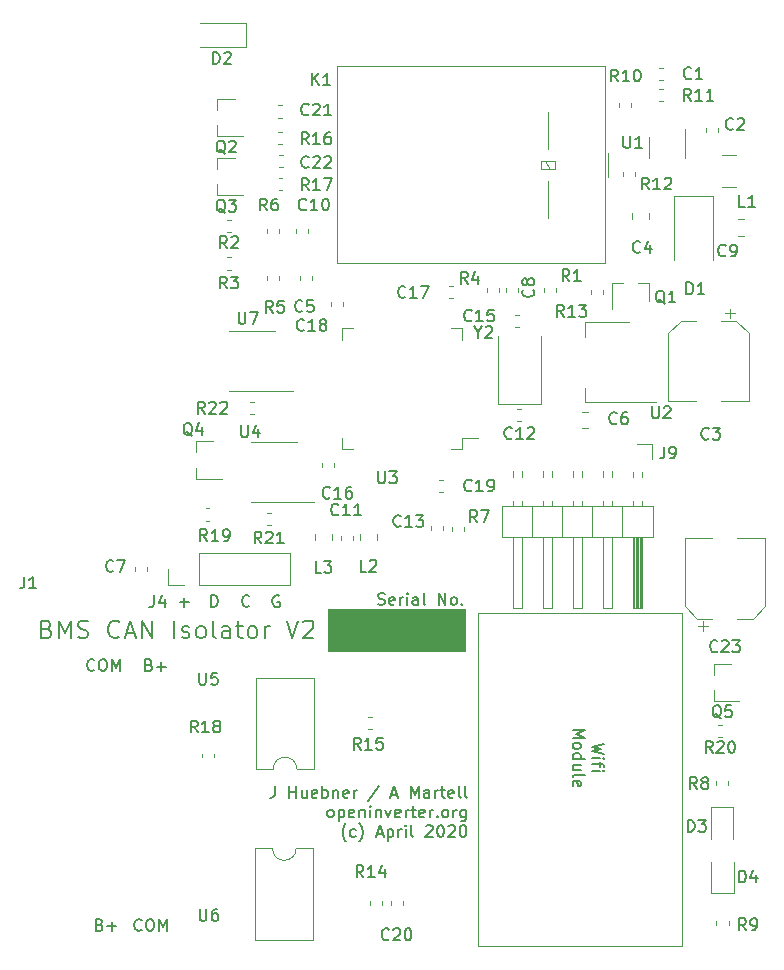
<source format=gbr>
G04 #@! TF.GenerationSoftware,KiCad,Pcbnew,(5.1.5)-3*
G04 #@! TF.CreationDate,2020-05-03T19:08:43+01:00*
G04 #@! TF.ProjectId,Isolator CAN SMT v2,49736f6c-6174-46f7-9220-43414e20534d,rev?*
G04 #@! TF.SameCoordinates,Original*
G04 #@! TF.FileFunction,Legend,Top*
G04 #@! TF.FilePolarity,Positive*
%FSLAX46Y46*%
G04 Gerber Fmt 4.6, Leading zero omitted, Abs format (unit mm)*
G04 Created by KiCad (PCBNEW (5.1.5)-3) date 2020-05-03 19:08:43*
%MOMM*%
%LPD*%
G04 APERTURE LIST*
%ADD10C,0.150000*%
%ADD11C,0.100000*%
%ADD12C,0.120000*%
G04 APERTURE END LIST*
D10*
X107214285Y-114157142D02*
X107166666Y-114204761D01*
X107023809Y-114252380D01*
X106928571Y-114252380D01*
X106785714Y-114204761D01*
X106690476Y-114109523D01*
X106642857Y-114014285D01*
X106595238Y-113823809D01*
X106595238Y-113680952D01*
X106642857Y-113490476D01*
X106690476Y-113395238D01*
X106785714Y-113300000D01*
X106928571Y-113252380D01*
X107023809Y-113252380D01*
X107166666Y-113300000D01*
X107214285Y-113347619D01*
X107833333Y-113252380D02*
X108023809Y-113252380D01*
X108119047Y-113300000D01*
X108214285Y-113395238D01*
X108261904Y-113585714D01*
X108261904Y-113919047D01*
X108214285Y-114109523D01*
X108119047Y-114204761D01*
X108023809Y-114252380D01*
X107833333Y-114252380D01*
X107738095Y-114204761D01*
X107642857Y-114109523D01*
X107595238Y-113919047D01*
X107595238Y-113585714D01*
X107642857Y-113395238D01*
X107738095Y-113300000D01*
X107833333Y-113252380D01*
X108690476Y-114252380D02*
X108690476Y-113252380D01*
X109023809Y-113966666D01*
X109357142Y-113252380D01*
X109357142Y-114252380D01*
X111852380Y-113728571D02*
X111995238Y-113776190D01*
X112042857Y-113823809D01*
X112090476Y-113919047D01*
X112090476Y-114061904D01*
X112042857Y-114157142D01*
X111995238Y-114204761D01*
X111900000Y-114252380D01*
X111519047Y-114252380D01*
X111519047Y-113252380D01*
X111852380Y-113252380D01*
X111947619Y-113300000D01*
X111995238Y-113347619D01*
X112042857Y-113442857D01*
X112042857Y-113538095D01*
X111995238Y-113633333D01*
X111947619Y-113680952D01*
X111852380Y-113728571D01*
X111519047Y-113728571D01*
X112519047Y-113871428D02*
X113280952Y-113871428D01*
X112900000Y-114252380D02*
X112900000Y-113490476D01*
X107652380Y-135728571D02*
X107795238Y-135776190D01*
X107842857Y-135823809D01*
X107890476Y-135919047D01*
X107890476Y-136061904D01*
X107842857Y-136157142D01*
X107795238Y-136204761D01*
X107700000Y-136252380D01*
X107319047Y-136252380D01*
X107319047Y-135252380D01*
X107652380Y-135252380D01*
X107747619Y-135300000D01*
X107795238Y-135347619D01*
X107842857Y-135442857D01*
X107842857Y-135538095D01*
X107795238Y-135633333D01*
X107747619Y-135680952D01*
X107652380Y-135728571D01*
X107319047Y-135728571D01*
X108319047Y-135871428D02*
X109080952Y-135871428D01*
X108700000Y-136252380D02*
X108700000Y-135490476D01*
X131228571Y-108604761D02*
X131371428Y-108652380D01*
X131609523Y-108652380D01*
X131704761Y-108604761D01*
X131752380Y-108557142D01*
X131800000Y-108461904D01*
X131800000Y-108366666D01*
X131752380Y-108271428D01*
X131704761Y-108223809D01*
X131609523Y-108176190D01*
X131419047Y-108128571D01*
X131323809Y-108080952D01*
X131276190Y-108033333D01*
X131228571Y-107938095D01*
X131228571Y-107842857D01*
X131276190Y-107747619D01*
X131323809Y-107700000D01*
X131419047Y-107652380D01*
X131657142Y-107652380D01*
X131800000Y-107700000D01*
X132609523Y-108604761D02*
X132514285Y-108652380D01*
X132323809Y-108652380D01*
X132228571Y-108604761D01*
X132180952Y-108509523D01*
X132180952Y-108128571D01*
X132228571Y-108033333D01*
X132323809Y-107985714D01*
X132514285Y-107985714D01*
X132609523Y-108033333D01*
X132657142Y-108128571D01*
X132657142Y-108223809D01*
X132180952Y-108319047D01*
X133085714Y-108652380D02*
X133085714Y-107985714D01*
X133085714Y-108176190D02*
X133133333Y-108080952D01*
X133180952Y-108033333D01*
X133276190Y-107985714D01*
X133371428Y-107985714D01*
X133704761Y-108652380D02*
X133704761Y-107985714D01*
X133704761Y-107652380D02*
X133657142Y-107700000D01*
X133704761Y-107747619D01*
X133752380Y-107700000D01*
X133704761Y-107652380D01*
X133704761Y-107747619D01*
X134609523Y-108652380D02*
X134609523Y-108128571D01*
X134561904Y-108033333D01*
X134466666Y-107985714D01*
X134276190Y-107985714D01*
X134180952Y-108033333D01*
X134609523Y-108604761D02*
X134514285Y-108652380D01*
X134276190Y-108652380D01*
X134180952Y-108604761D01*
X134133333Y-108509523D01*
X134133333Y-108414285D01*
X134180952Y-108319047D01*
X134276190Y-108271428D01*
X134514285Y-108271428D01*
X134609523Y-108223809D01*
X135228571Y-108652380D02*
X135133333Y-108604761D01*
X135085714Y-108509523D01*
X135085714Y-107652380D01*
X136371428Y-108652380D02*
X136371428Y-107652380D01*
X136942857Y-108652380D01*
X136942857Y-107652380D01*
X137561904Y-108652380D02*
X137466666Y-108604761D01*
X137419047Y-108557142D01*
X137371428Y-108461904D01*
X137371428Y-108176190D01*
X137419047Y-108080952D01*
X137466666Y-108033333D01*
X137561904Y-107985714D01*
X137704761Y-107985714D01*
X137800000Y-108033333D01*
X137847619Y-108080952D01*
X137895238Y-108176190D01*
X137895238Y-108461904D01*
X137847619Y-108557142D01*
X137800000Y-108604761D01*
X137704761Y-108652380D01*
X137561904Y-108652380D01*
X138323809Y-108557142D02*
X138371428Y-108604761D01*
X138323809Y-108652380D01*
X138276190Y-108604761D01*
X138323809Y-108557142D01*
X138323809Y-108652380D01*
D11*
G36*
X138557000Y-112600000D02*
G01*
X127000000Y-112600000D01*
X127000000Y-109044000D01*
X138557000Y-109044000D01*
X138557000Y-112600000D01*
G37*
X138557000Y-112600000D02*
X127000000Y-112600000D01*
X127000000Y-109044000D01*
X138557000Y-109044000D01*
X138557000Y-112600000D01*
D10*
X115209452Y-108430571D02*
X114447547Y-108430571D01*
X114828500Y-108049619D02*
X114828500Y-108811523D01*
X117106595Y-108827380D02*
X117106595Y-107827380D01*
X117344690Y-107827380D01*
X117487547Y-107875000D01*
X117582785Y-107970238D01*
X117630404Y-108065476D01*
X117678023Y-108255952D01*
X117678023Y-108398809D01*
X117630404Y-108589285D01*
X117582785Y-108684523D01*
X117487547Y-108779761D01*
X117344690Y-108827380D01*
X117106595Y-108827380D01*
X120345023Y-108732142D02*
X120297404Y-108779761D01*
X120154547Y-108827380D01*
X120059309Y-108827380D01*
X119916452Y-108779761D01*
X119821214Y-108684523D01*
X119773595Y-108589285D01*
X119725976Y-108398809D01*
X119725976Y-108255952D01*
X119773595Y-108065476D01*
X119821214Y-107970238D01*
X119916452Y-107875000D01*
X120059309Y-107827380D01*
X120154547Y-107827380D01*
X120297404Y-107875000D01*
X120345023Y-107922619D01*
X122473928Y-124002380D02*
X122473928Y-124716666D01*
X122426309Y-124859523D01*
X122331071Y-124954761D01*
X122188214Y-125002380D01*
X122092976Y-125002380D01*
X123712023Y-125002380D02*
X123712023Y-124002380D01*
X123712023Y-124478571D02*
X124283452Y-124478571D01*
X124283452Y-125002380D02*
X124283452Y-124002380D01*
X125188214Y-124335714D02*
X125188214Y-125002380D01*
X124759642Y-124335714D02*
X124759642Y-124859523D01*
X124807261Y-124954761D01*
X124902500Y-125002380D01*
X125045357Y-125002380D01*
X125140595Y-124954761D01*
X125188214Y-124907142D01*
X126045357Y-124954761D02*
X125950119Y-125002380D01*
X125759642Y-125002380D01*
X125664404Y-124954761D01*
X125616785Y-124859523D01*
X125616785Y-124478571D01*
X125664404Y-124383333D01*
X125759642Y-124335714D01*
X125950119Y-124335714D01*
X126045357Y-124383333D01*
X126092976Y-124478571D01*
X126092976Y-124573809D01*
X125616785Y-124669047D01*
X126521547Y-125002380D02*
X126521547Y-124002380D01*
X126521547Y-124383333D02*
X126616785Y-124335714D01*
X126807261Y-124335714D01*
X126902500Y-124383333D01*
X126950119Y-124430952D01*
X126997738Y-124526190D01*
X126997738Y-124811904D01*
X126950119Y-124907142D01*
X126902500Y-124954761D01*
X126807261Y-125002380D01*
X126616785Y-125002380D01*
X126521547Y-124954761D01*
X127426309Y-124335714D02*
X127426309Y-125002380D01*
X127426309Y-124430952D02*
X127473928Y-124383333D01*
X127569166Y-124335714D01*
X127712023Y-124335714D01*
X127807261Y-124383333D01*
X127854880Y-124478571D01*
X127854880Y-125002380D01*
X128712023Y-124954761D02*
X128616785Y-125002380D01*
X128426309Y-125002380D01*
X128331071Y-124954761D01*
X128283452Y-124859523D01*
X128283452Y-124478571D01*
X128331071Y-124383333D01*
X128426309Y-124335714D01*
X128616785Y-124335714D01*
X128712023Y-124383333D01*
X128759642Y-124478571D01*
X128759642Y-124573809D01*
X128283452Y-124669047D01*
X129188214Y-125002380D02*
X129188214Y-124335714D01*
X129188214Y-124526190D02*
X129235833Y-124430952D01*
X129283452Y-124383333D01*
X129378690Y-124335714D01*
X129473928Y-124335714D01*
X131283452Y-123954761D02*
X130426309Y-125240476D01*
X132331071Y-124716666D02*
X132807261Y-124716666D01*
X132235833Y-125002380D02*
X132569166Y-124002380D01*
X132902500Y-125002380D01*
X133997738Y-125002380D02*
X133997738Y-124002380D01*
X134331071Y-124716666D01*
X134664404Y-124002380D01*
X134664404Y-125002380D01*
X135569166Y-125002380D02*
X135569166Y-124478571D01*
X135521547Y-124383333D01*
X135426309Y-124335714D01*
X135235833Y-124335714D01*
X135140595Y-124383333D01*
X135569166Y-124954761D02*
X135473928Y-125002380D01*
X135235833Y-125002380D01*
X135140595Y-124954761D01*
X135092976Y-124859523D01*
X135092976Y-124764285D01*
X135140595Y-124669047D01*
X135235833Y-124621428D01*
X135473928Y-124621428D01*
X135569166Y-124573809D01*
X136045357Y-125002380D02*
X136045357Y-124335714D01*
X136045357Y-124526190D02*
X136092976Y-124430952D01*
X136140595Y-124383333D01*
X136235833Y-124335714D01*
X136331071Y-124335714D01*
X136521547Y-124335714D02*
X136902500Y-124335714D01*
X136664404Y-124002380D02*
X136664404Y-124859523D01*
X136712023Y-124954761D01*
X136807261Y-125002380D01*
X136902500Y-125002380D01*
X137616785Y-124954761D02*
X137521547Y-125002380D01*
X137331071Y-125002380D01*
X137235833Y-124954761D01*
X137188214Y-124859523D01*
X137188214Y-124478571D01*
X137235833Y-124383333D01*
X137331071Y-124335714D01*
X137521547Y-124335714D01*
X137616785Y-124383333D01*
X137664404Y-124478571D01*
X137664404Y-124573809D01*
X137188214Y-124669047D01*
X138235833Y-125002380D02*
X138140595Y-124954761D01*
X138092976Y-124859523D01*
X138092976Y-124002380D01*
X138759642Y-125002380D02*
X138664404Y-124954761D01*
X138616785Y-124859523D01*
X138616785Y-124002380D01*
X127140595Y-126652380D02*
X127045357Y-126604761D01*
X126997738Y-126557142D01*
X126950119Y-126461904D01*
X126950119Y-126176190D01*
X126997738Y-126080952D01*
X127045357Y-126033333D01*
X127140595Y-125985714D01*
X127283452Y-125985714D01*
X127378690Y-126033333D01*
X127426309Y-126080952D01*
X127473928Y-126176190D01*
X127473928Y-126461904D01*
X127426309Y-126557142D01*
X127378690Y-126604761D01*
X127283452Y-126652380D01*
X127140595Y-126652380D01*
X127902500Y-125985714D02*
X127902500Y-126985714D01*
X127902500Y-126033333D02*
X127997738Y-125985714D01*
X128188214Y-125985714D01*
X128283452Y-126033333D01*
X128331071Y-126080952D01*
X128378690Y-126176190D01*
X128378690Y-126461904D01*
X128331071Y-126557142D01*
X128283452Y-126604761D01*
X128188214Y-126652380D01*
X127997738Y-126652380D01*
X127902500Y-126604761D01*
X129188214Y-126604761D02*
X129092976Y-126652380D01*
X128902500Y-126652380D01*
X128807261Y-126604761D01*
X128759642Y-126509523D01*
X128759642Y-126128571D01*
X128807261Y-126033333D01*
X128902500Y-125985714D01*
X129092976Y-125985714D01*
X129188214Y-126033333D01*
X129235833Y-126128571D01*
X129235833Y-126223809D01*
X128759642Y-126319047D01*
X129664404Y-125985714D02*
X129664404Y-126652380D01*
X129664404Y-126080952D02*
X129712023Y-126033333D01*
X129807261Y-125985714D01*
X129950119Y-125985714D01*
X130045357Y-126033333D01*
X130092976Y-126128571D01*
X130092976Y-126652380D01*
X130569166Y-126652380D02*
X130569166Y-125985714D01*
X130569166Y-125652380D02*
X130521547Y-125700000D01*
X130569166Y-125747619D01*
X130616785Y-125700000D01*
X130569166Y-125652380D01*
X130569166Y-125747619D01*
X131045357Y-125985714D02*
X131045357Y-126652380D01*
X131045357Y-126080952D02*
X131092976Y-126033333D01*
X131188214Y-125985714D01*
X131331071Y-125985714D01*
X131426309Y-126033333D01*
X131473928Y-126128571D01*
X131473928Y-126652380D01*
X131854880Y-125985714D02*
X132092976Y-126652380D01*
X132331071Y-125985714D01*
X133092976Y-126604761D02*
X132997738Y-126652380D01*
X132807261Y-126652380D01*
X132712023Y-126604761D01*
X132664404Y-126509523D01*
X132664404Y-126128571D01*
X132712023Y-126033333D01*
X132807261Y-125985714D01*
X132997738Y-125985714D01*
X133092976Y-126033333D01*
X133140595Y-126128571D01*
X133140595Y-126223809D01*
X132664404Y-126319047D01*
X133569166Y-126652380D02*
X133569166Y-125985714D01*
X133569166Y-126176190D02*
X133616785Y-126080952D01*
X133664404Y-126033333D01*
X133759642Y-125985714D01*
X133854880Y-125985714D01*
X134045357Y-125985714D02*
X134426309Y-125985714D01*
X134188214Y-125652380D02*
X134188214Y-126509523D01*
X134235833Y-126604761D01*
X134331071Y-126652380D01*
X134426309Y-126652380D01*
X135140595Y-126604761D02*
X135045357Y-126652380D01*
X134854880Y-126652380D01*
X134759642Y-126604761D01*
X134712023Y-126509523D01*
X134712023Y-126128571D01*
X134759642Y-126033333D01*
X134854880Y-125985714D01*
X135045357Y-125985714D01*
X135140595Y-126033333D01*
X135188214Y-126128571D01*
X135188214Y-126223809D01*
X134712023Y-126319047D01*
X135616785Y-126652380D02*
X135616785Y-125985714D01*
X135616785Y-126176190D02*
X135664404Y-126080952D01*
X135712023Y-126033333D01*
X135807261Y-125985714D01*
X135902500Y-125985714D01*
X136235833Y-126557142D02*
X136283452Y-126604761D01*
X136235833Y-126652380D01*
X136188214Y-126604761D01*
X136235833Y-126557142D01*
X136235833Y-126652380D01*
X136854880Y-126652380D02*
X136759642Y-126604761D01*
X136712023Y-126557142D01*
X136664404Y-126461904D01*
X136664404Y-126176190D01*
X136712023Y-126080952D01*
X136759642Y-126033333D01*
X136854880Y-125985714D01*
X136997738Y-125985714D01*
X137092976Y-126033333D01*
X137140595Y-126080952D01*
X137188214Y-126176190D01*
X137188214Y-126461904D01*
X137140595Y-126557142D01*
X137092976Y-126604761D01*
X136997738Y-126652380D01*
X136854880Y-126652380D01*
X137616785Y-126652380D02*
X137616785Y-125985714D01*
X137616785Y-126176190D02*
X137664404Y-126080952D01*
X137712023Y-126033333D01*
X137807261Y-125985714D01*
X137902500Y-125985714D01*
X138664404Y-125985714D02*
X138664404Y-126795238D01*
X138616785Y-126890476D01*
X138569166Y-126938095D01*
X138473928Y-126985714D01*
X138331071Y-126985714D01*
X138235833Y-126938095D01*
X138664404Y-126604761D02*
X138569166Y-126652380D01*
X138378690Y-126652380D01*
X138283452Y-126604761D01*
X138235833Y-126557142D01*
X138188214Y-126461904D01*
X138188214Y-126176190D01*
X138235833Y-126080952D01*
X138283452Y-126033333D01*
X138378690Y-125985714D01*
X138569166Y-125985714D01*
X138664404Y-126033333D01*
X128521547Y-128683333D02*
X128473928Y-128635714D01*
X128378690Y-128492857D01*
X128331071Y-128397619D01*
X128283452Y-128254761D01*
X128235833Y-128016666D01*
X128235833Y-127826190D01*
X128283452Y-127588095D01*
X128331071Y-127445238D01*
X128378690Y-127350000D01*
X128473928Y-127207142D01*
X128521547Y-127159523D01*
X129331071Y-128254761D02*
X129235833Y-128302380D01*
X129045357Y-128302380D01*
X128950119Y-128254761D01*
X128902500Y-128207142D01*
X128854880Y-128111904D01*
X128854880Y-127826190D01*
X128902500Y-127730952D01*
X128950119Y-127683333D01*
X129045357Y-127635714D01*
X129235833Y-127635714D01*
X129331071Y-127683333D01*
X129664404Y-128683333D02*
X129712023Y-128635714D01*
X129807261Y-128492857D01*
X129854880Y-128397619D01*
X129902500Y-128254761D01*
X129950119Y-128016666D01*
X129950119Y-127826190D01*
X129902500Y-127588095D01*
X129854880Y-127445238D01*
X129807261Y-127350000D01*
X129712023Y-127207142D01*
X129664404Y-127159523D01*
X131140595Y-128016666D02*
X131616785Y-128016666D01*
X131045357Y-128302380D02*
X131378690Y-127302380D01*
X131712023Y-128302380D01*
X132045357Y-127635714D02*
X132045357Y-128635714D01*
X132045357Y-127683333D02*
X132140595Y-127635714D01*
X132331071Y-127635714D01*
X132426309Y-127683333D01*
X132473928Y-127730952D01*
X132521547Y-127826190D01*
X132521547Y-128111904D01*
X132473928Y-128207142D01*
X132426309Y-128254761D01*
X132331071Y-128302380D01*
X132140595Y-128302380D01*
X132045357Y-128254761D01*
X132950119Y-128302380D02*
X132950119Y-127635714D01*
X132950119Y-127826190D02*
X132997738Y-127730952D01*
X133045357Y-127683333D01*
X133140595Y-127635714D01*
X133235833Y-127635714D01*
X133569166Y-128302380D02*
X133569166Y-127635714D01*
X133569166Y-127302380D02*
X133521547Y-127350000D01*
X133569166Y-127397619D01*
X133616785Y-127350000D01*
X133569166Y-127302380D01*
X133569166Y-127397619D01*
X134188214Y-128302380D02*
X134092976Y-128254761D01*
X134045357Y-128159523D01*
X134045357Y-127302380D01*
X135283452Y-127397619D02*
X135331071Y-127350000D01*
X135426309Y-127302380D01*
X135664404Y-127302380D01*
X135759642Y-127350000D01*
X135807261Y-127397619D01*
X135854880Y-127492857D01*
X135854880Y-127588095D01*
X135807261Y-127730952D01*
X135235833Y-128302380D01*
X135854880Y-128302380D01*
X136473928Y-127302380D02*
X136569166Y-127302380D01*
X136664404Y-127350000D01*
X136712023Y-127397619D01*
X136759642Y-127492857D01*
X136807261Y-127683333D01*
X136807261Y-127921428D01*
X136759642Y-128111904D01*
X136712023Y-128207142D01*
X136664404Y-128254761D01*
X136569166Y-128302380D01*
X136473928Y-128302380D01*
X136378690Y-128254761D01*
X136331071Y-128207142D01*
X136283452Y-128111904D01*
X136235833Y-127921428D01*
X136235833Y-127683333D01*
X136283452Y-127492857D01*
X136331071Y-127397619D01*
X136378690Y-127350000D01*
X136473928Y-127302380D01*
X137188214Y-127397619D02*
X137235833Y-127350000D01*
X137331071Y-127302380D01*
X137569166Y-127302380D01*
X137664404Y-127350000D01*
X137712023Y-127397619D01*
X137759642Y-127492857D01*
X137759642Y-127588095D01*
X137712023Y-127730952D01*
X137140595Y-128302380D01*
X137759642Y-128302380D01*
X138378690Y-127302380D02*
X138473928Y-127302380D01*
X138569166Y-127350000D01*
X138616785Y-127397619D01*
X138664404Y-127492857D01*
X138712023Y-127683333D01*
X138712023Y-127921428D01*
X138664404Y-128111904D01*
X138616785Y-128207142D01*
X138569166Y-128254761D01*
X138473928Y-128302380D01*
X138378690Y-128302380D01*
X138283452Y-128254761D01*
X138235833Y-128207142D01*
X138188214Y-128111904D01*
X138140595Y-127921428D01*
X138140595Y-127683333D01*
X138188214Y-127492857D01*
X138235833Y-127397619D01*
X138283452Y-127350000D01*
X138378690Y-127302380D01*
X103199999Y-110692857D02*
X103414285Y-110764285D01*
X103485714Y-110835714D01*
X103557142Y-110978571D01*
X103557142Y-111192857D01*
X103485714Y-111335714D01*
X103414285Y-111407142D01*
X103271428Y-111478571D01*
X102699999Y-111478571D01*
X102699999Y-109978571D01*
X103199999Y-109978571D01*
X103342857Y-110050000D01*
X103414285Y-110121428D01*
X103485714Y-110264285D01*
X103485714Y-110407142D01*
X103414285Y-110550000D01*
X103342857Y-110621428D01*
X103199999Y-110692857D01*
X102699999Y-110692857D01*
X104199999Y-111478571D02*
X104199999Y-109978571D01*
X104699999Y-111050000D01*
X105199999Y-109978571D01*
X105199999Y-111478571D01*
X105842857Y-111407142D02*
X106057142Y-111478571D01*
X106414285Y-111478571D01*
X106557142Y-111407142D01*
X106628571Y-111335714D01*
X106699999Y-111192857D01*
X106699999Y-111050000D01*
X106628571Y-110907142D01*
X106557142Y-110835714D01*
X106414285Y-110764285D01*
X106128571Y-110692857D01*
X105985714Y-110621428D01*
X105914285Y-110550000D01*
X105842857Y-110407142D01*
X105842857Y-110264285D01*
X105914285Y-110121428D01*
X105985714Y-110050000D01*
X106128571Y-109978571D01*
X106485714Y-109978571D01*
X106699999Y-110050000D01*
X109342857Y-111335714D02*
X109271428Y-111407142D01*
X109057142Y-111478571D01*
X108914285Y-111478571D01*
X108699999Y-111407142D01*
X108557142Y-111264285D01*
X108485714Y-111121428D01*
X108414285Y-110835714D01*
X108414285Y-110621428D01*
X108485714Y-110335714D01*
X108557142Y-110192857D01*
X108699999Y-110050000D01*
X108914285Y-109978571D01*
X109057142Y-109978571D01*
X109271428Y-110050000D01*
X109342857Y-110121428D01*
X109914285Y-111050000D02*
X110628571Y-111050000D01*
X109771428Y-111478571D02*
X110271428Y-109978571D01*
X110771428Y-111478571D01*
X111271428Y-111478571D02*
X111271428Y-109978571D01*
X112128571Y-111478571D01*
X112128571Y-109978571D01*
X113985714Y-111478571D02*
X113985714Y-109978571D01*
X114628571Y-111407142D02*
X114771428Y-111478571D01*
X115057142Y-111478571D01*
X115199999Y-111407142D01*
X115271428Y-111264285D01*
X115271428Y-111192857D01*
X115199999Y-111050000D01*
X115057142Y-110978571D01*
X114842857Y-110978571D01*
X114699999Y-110907142D01*
X114628571Y-110764285D01*
X114628571Y-110692857D01*
X114699999Y-110550000D01*
X114842857Y-110478571D01*
X115057142Y-110478571D01*
X115199999Y-110550000D01*
X116128571Y-111478571D02*
X115985714Y-111407142D01*
X115914285Y-111335714D01*
X115842857Y-111192857D01*
X115842857Y-110764285D01*
X115914285Y-110621428D01*
X115985714Y-110550000D01*
X116128571Y-110478571D01*
X116342857Y-110478571D01*
X116485714Y-110550000D01*
X116557142Y-110621428D01*
X116628571Y-110764285D01*
X116628571Y-111192857D01*
X116557142Y-111335714D01*
X116485714Y-111407142D01*
X116342857Y-111478571D01*
X116128571Y-111478571D01*
X117485714Y-111478571D02*
X117342857Y-111407142D01*
X117271428Y-111264285D01*
X117271428Y-109978571D01*
X118699999Y-111478571D02*
X118699999Y-110692857D01*
X118628571Y-110550000D01*
X118485714Y-110478571D01*
X118199999Y-110478571D01*
X118057142Y-110550000D01*
X118699999Y-111407142D02*
X118557142Y-111478571D01*
X118199999Y-111478571D01*
X118057142Y-111407142D01*
X117985714Y-111264285D01*
X117985714Y-111121428D01*
X118057142Y-110978571D01*
X118199999Y-110907142D01*
X118557142Y-110907142D01*
X118699999Y-110835714D01*
X119199999Y-110478571D02*
X119771428Y-110478571D01*
X119414285Y-109978571D02*
X119414285Y-111264285D01*
X119485714Y-111407142D01*
X119628571Y-111478571D01*
X119771428Y-111478571D01*
X120485714Y-111478571D02*
X120342857Y-111407142D01*
X120271428Y-111335714D01*
X120199999Y-111192857D01*
X120199999Y-110764285D01*
X120271428Y-110621428D01*
X120342857Y-110550000D01*
X120485714Y-110478571D01*
X120699999Y-110478571D01*
X120842857Y-110550000D01*
X120914285Y-110621428D01*
X120985714Y-110764285D01*
X120985714Y-111192857D01*
X120914285Y-111335714D01*
X120842857Y-111407142D01*
X120699999Y-111478571D01*
X120485714Y-111478571D01*
X121628571Y-111478571D02*
X121628571Y-110478571D01*
X121628571Y-110764285D02*
X121699999Y-110621428D01*
X121771428Y-110550000D01*
X121914285Y-110478571D01*
X122057142Y-110478571D01*
X123485714Y-109978571D02*
X123985714Y-111478571D01*
X124485714Y-109978571D01*
X124914285Y-110121428D02*
X124985714Y-110050000D01*
X125128571Y-109978571D01*
X125485714Y-109978571D01*
X125628571Y-110050000D01*
X125699999Y-110121428D01*
X125771428Y-110264285D01*
X125771428Y-110407142D01*
X125699999Y-110621428D01*
X124842857Y-111478571D01*
X125771428Y-111478571D01*
X111214285Y-136157142D02*
X111166666Y-136204761D01*
X111023809Y-136252380D01*
X110928571Y-136252380D01*
X110785714Y-136204761D01*
X110690476Y-136109523D01*
X110642857Y-136014285D01*
X110595238Y-135823809D01*
X110595238Y-135680952D01*
X110642857Y-135490476D01*
X110690476Y-135395238D01*
X110785714Y-135300000D01*
X110928571Y-135252380D01*
X111023809Y-135252380D01*
X111166666Y-135300000D01*
X111214285Y-135347619D01*
X111833333Y-135252380D02*
X112023809Y-135252380D01*
X112119047Y-135300000D01*
X112214285Y-135395238D01*
X112261904Y-135585714D01*
X112261904Y-135919047D01*
X112214285Y-136109523D01*
X112119047Y-136204761D01*
X112023809Y-136252380D01*
X111833333Y-136252380D01*
X111738095Y-136204761D01*
X111642857Y-136109523D01*
X111595238Y-135919047D01*
X111595238Y-135585714D01*
X111642857Y-135395238D01*
X111738095Y-135300000D01*
X111833333Y-135252380D01*
X112690476Y-136252380D02*
X112690476Y-135252380D01*
X113023809Y-135966666D01*
X113357142Y-135252380D01*
X113357142Y-136252380D01*
X122861904Y-107900000D02*
X122766666Y-107852380D01*
X122623809Y-107852380D01*
X122480952Y-107900000D01*
X122385714Y-107995238D01*
X122338095Y-108090476D01*
X122290476Y-108280952D01*
X122290476Y-108423809D01*
X122338095Y-108614285D01*
X122385714Y-108709523D01*
X122480952Y-108804761D01*
X122623809Y-108852380D01*
X122719047Y-108852380D01*
X122861904Y-108804761D01*
X122909523Y-108757142D01*
X122909523Y-108423809D01*
X122719047Y-108423809D01*
X150372619Y-120409523D02*
X149372619Y-120647619D01*
X150086904Y-120838095D01*
X149372619Y-121028571D01*
X150372619Y-121266666D01*
X149372619Y-121647619D02*
X150039285Y-121647619D01*
X150372619Y-121647619D02*
X150325000Y-121600000D01*
X150277380Y-121647619D01*
X150325000Y-121695238D01*
X150372619Y-121647619D01*
X150277380Y-121647619D01*
X150039285Y-121980952D02*
X150039285Y-122361904D01*
X149372619Y-122123809D02*
X150229761Y-122123809D01*
X150325000Y-122171428D01*
X150372619Y-122266666D01*
X150372619Y-122361904D01*
X149372619Y-122695238D02*
X150039285Y-122695238D01*
X150372619Y-122695238D02*
X150325000Y-122647619D01*
X150277380Y-122695238D01*
X150325000Y-122742857D01*
X150372619Y-122695238D01*
X150277380Y-122695238D01*
X147722619Y-119219047D02*
X148722619Y-119219047D01*
X148008333Y-119552380D01*
X148722619Y-119885714D01*
X147722619Y-119885714D01*
X147722619Y-120504761D02*
X147770238Y-120409523D01*
X147817857Y-120361904D01*
X147913095Y-120314285D01*
X148198809Y-120314285D01*
X148294047Y-120361904D01*
X148341666Y-120409523D01*
X148389285Y-120504761D01*
X148389285Y-120647619D01*
X148341666Y-120742857D01*
X148294047Y-120790476D01*
X148198809Y-120838095D01*
X147913095Y-120838095D01*
X147817857Y-120790476D01*
X147770238Y-120742857D01*
X147722619Y-120647619D01*
X147722619Y-120504761D01*
X147722619Y-121695238D02*
X148722619Y-121695238D01*
X147770238Y-121695238D02*
X147722619Y-121600000D01*
X147722619Y-121409523D01*
X147770238Y-121314285D01*
X147817857Y-121266666D01*
X147913095Y-121219047D01*
X148198809Y-121219047D01*
X148294047Y-121266666D01*
X148341666Y-121314285D01*
X148389285Y-121409523D01*
X148389285Y-121600000D01*
X148341666Y-121695238D01*
X148389285Y-122600000D02*
X147722619Y-122600000D01*
X148389285Y-122171428D02*
X147865476Y-122171428D01*
X147770238Y-122219047D01*
X147722619Y-122314285D01*
X147722619Y-122457142D01*
X147770238Y-122552380D01*
X147817857Y-122600000D01*
X147722619Y-123219047D02*
X147770238Y-123123809D01*
X147865476Y-123076190D01*
X148722619Y-123076190D01*
X147770238Y-123980952D02*
X147722619Y-123885714D01*
X147722619Y-123695238D01*
X147770238Y-123600000D01*
X147865476Y-123552380D01*
X148246428Y-123552380D01*
X148341666Y-123600000D01*
X148389285Y-123695238D01*
X148389285Y-123885714D01*
X148341666Y-123980952D01*
X148246428Y-124028571D01*
X148151190Y-124028571D01*
X148055952Y-123552380D01*
D12*
X139700000Y-137550000D02*
X139700000Y-109300000D01*
X156950000Y-137550000D02*
X139700000Y-137550000D01*
X156950000Y-109300000D02*
X156950000Y-137550000D01*
X139700000Y-109300000D02*
X156950000Y-109300000D01*
X120050000Y-61400000D02*
X120050000Y-59400000D01*
X120050000Y-59400000D02*
X116150000Y-59400000D01*
X120050000Y-61400000D02*
X116150000Y-61400000D01*
X117640000Y-70820000D02*
X119100000Y-70820000D01*
X117640000Y-73980000D02*
X119800000Y-73980000D01*
X117640000Y-73980000D02*
X117640000Y-73050000D01*
X117640000Y-70820000D02*
X117640000Y-71750000D01*
X117640000Y-65820000D02*
X119100000Y-65820000D01*
X117640000Y-68980000D02*
X119800000Y-68980000D01*
X117640000Y-68980000D02*
X117640000Y-68050000D01*
X117640000Y-65820000D02*
X117640000Y-66750000D01*
X154180000Y-81440000D02*
X154180000Y-82900000D01*
X151020000Y-81440000D02*
X151020000Y-83600000D01*
X151020000Y-81440000D02*
X151950000Y-81440000D01*
X154180000Y-81440000D02*
X153250000Y-81440000D01*
X161441250Y-83956250D02*
X160653750Y-83956250D01*
X161047500Y-83562500D02*
X161047500Y-84350000D01*
X156854437Y-84590000D02*
X155790000Y-85654437D01*
X161545563Y-84590000D02*
X162610000Y-85654437D01*
X161545563Y-84590000D02*
X160260000Y-84590000D01*
X156854437Y-84590000D02*
X158140000Y-84590000D01*
X155790000Y-85654437D02*
X155790000Y-91410000D01*
X162610000Y-85654437D02*
X162610000Y-91410000D01*
X162610000Y-91410000D02*
X160260000Y-91410000D01*
X155790000Y-91410000D02*
X158140000Y-91410000D01*
X120600000Y-90560000D02*
X124050000Y-90560000D01*
X120600000Y-90560000D02*
X118650000Y-90560000D01*
X120600000Y-85440000D02*
X122550000Y-85440000D01*
X120600000Y-85440000D02*
X118650000Y-85440000D01*
X120762779Y-91490000D02*
X120437221Y-91490000D01*
X120762779Y-92510000D02*
X120437221Y-92510000D01*
X145600000Y-72750000D02*
X145600000Y-75900000D01*
X145600000Y-66900000D02*
X145600000Y-70050000D01*
X150710000Y-70400000D02*
X150710000Y-72400000D01*
X145000000Y-71050000D02*
X145000000Y-71750000D01*
X146200000Y-71050000D02*
X145000000Y-71050000D01*
X146200000Y-71750000D02*
X146200000Y-71050000D01*
X145000000Y-71750000D02*
X146200000Y-71750000D01*
X145400000Y-71050000D02*
X145800000Y-71750000D01*
X127750000Y-63050000D02*
X127750000Y-79750000D01*
X150450000Y-63050000D02*
X127750000Y-63050000D01*
X150450000Y-79750000D02*
X150450000Y-63050000D01*
X127750000Y-79750000D02*
X150450000Y-79750000D01*
X159627000Y-74049000D02*
X156327000Y-74049000D01*
X156327000Y-74049000D02*
X156327000Y-79449000D01*
X159627000Y-74049000D02*
X159627000Y-79449000D01*
X155352279Y-63189000D02*
X155026721Y-63189000D01*
X155352279Y-64209000D02*
X155026721Y-64209000D01*
X159987000Y-68611779D02*
X159987000Y-68286221D01*
X158967000Y-68611779D02*
X158967000Y-68286221D01*
X154187000Y-75440422D02*
X154187000Y-75957578D01*
X152767000Y-75440422D02*
X152767000Y-75957578D01*
X148478922Y-92290000D02*
X148996078Y-92290000D01*
X148478922Y-93710000D02*
X148996078Y-93710000D01*
X143110000Y-81837221D02*
X143110000Y-82162779D01*
X142090000Y-81837221D02*
X142090000Y-82162779D01*
X162235578Y-75989000D02*
X161718422Y-75989000D01*
X162235578Y-77409000D02*
X161718422Y-77409000D01*
X123092779Y-66372000D02*
X122767221Y-66372000D01*
X123092779Y-67392000D02*
X122767221Y-67392000D01*
X123208279Y-71574500D02*
X122882721Y-71574500D01*
X123208279Y-70554500D02*
X122882721Y-70554500D01*
X160374936Y-70589000D02*
X161579064Y-70589000D01*
X160374936Y-73309000D02*
X161579064Y-73309000D01*
X145290000Y-81849721D02*
X145290000Y-82175279D01*
X146310000Y-81849721D02*
X146310000Y-82175279D01*
X140490000Y-82162779D02*
X140490000Y-81837221D01*
X141510000Y-82162779D02*
X141510000Y-81837221D01*
X151667000Y-66136221D02*
X151667000Y-66461779D01*
X152687000Y-66136221D02*
X152687000Y-66461779D01*
X155352279Y-65959000D02*
X155026721Y-65959000D01*
X155352279Y-64939000D02*
X155026721Y-64939000D01*
X151967000Y-72036221D02*
X151967000Y-72361779D01*
X152987000Y-72036221D02*
X152987000Y-72361779D01*
X149290000Y-82024721D02*
X149290000Y-82350279D01*
X150310000Y-82024721D02*
X150310000Y-82350279D01*
X123130279Y-69642000D02*
X122804721Y-69642000D01*
X123130279Y-68622000D02*
X122804721Y-68622000D01*
X123144779Y-72523000D02*
X122819221Y-72523000D01*
X123144779Y-73543000D02*
X122819221Y-73543000D01*
X122162779Y-101910000D02*
X121837221Y-101910000D01*
X122162779Y-100890000D02*
X121837221Y-100890000D01*
X154167000Y-69069000D02*
X154167000Y-70829000D01*
X157237000Y-70829000D02*
X157237000Y-68399000D01*
X148740000Y-84690000D02*
X148740000Y-85950000D01*
X148740000Y-91510000D02*
X148740000Y-90250000D01*
X152500000Y-84690000D02*
X148740000Y-84690000D01*
X154750000Y-91510000D02*
X148740000Y-91510000D01*
X122400000Y-94840000D02*
X120450000Y-94840000D01*
X122400000Y-94840000D02*
X124350000Y-94840000D01*
X122400000Y-99960000D02*
X120450000Y-99960000D01*
X122400000Y-99960000D02*
X125850000Y-99960000D01*
X138366500Y-94506000D02*
X139706500Y-94506000D01*
X138366500Y-95456000D02*
X138366500Y-94506000D01*
X137416500Y-95456000D02*
X138366500Y-95456000D01*
X128146500Y-95456000D02*
X128146500Y-94506000D01*
X129096500Y-95456000D02*
X128146500Y-95456000D01*
X138366500Y-85236000D02*
X138366500Y-86186000D01*
X137416500Y-85236000D02*
X138366500Y-85236000D01*
X128146500Y-85236000D02*
X128146500Y-86186000D01*
X129096500Y-85236000D02*
X128146500Y-85236000D01*
X125750000Y-129280000D02*
X124300000Y-129280000D01*
X125750000Y-137020000D02*
X125750000Y-129280000D01*
X120850000Y-137020000D02*
X125750000Y-137020000D01*
X120850000Y-129280000D02*
X120850000Y-137020000D01*
X122300000Y-129280000D02*
X120850000Y-129280000D01*
X124300000Y-129280000D02*
G75*
G02X122300000Y-129280000I-1000000J0D01*
G01*
X120910000Y-122560000D02*
X122360000Y-122560000D01*
X120910000Y-114820000D02*
X120910000Y-122560000D01*
X125810000Y-114820000D02*
X120910000Y-114820000D01*
X125810000Y-122560000D02*
X125810000Y-114820000D01*
X124360000Y-122560000D02*
X125810000Y-122560000D01*
X122360000Y-122560000D02*
G75*
G02X124360000Y-122560000I1000000J0D01*
G01*
X124590000Y-80799721D02*
X124590000Y-81125279D01*
X125610000Y-80799721D02*
X125610000Y-81125279D01*
X110690000Y-105775279D02*
X110690000Y-105449721D01*
X111710000Y-105775279D02*
X111710000Y-105449721D01*
X125310000Y-76837221D02*
X125310000Y-77162779D01*
X124290000Y-76837221D02*
X124290000Y-77162779D01*
X129110000Y-102824721D02*
X129110000Y-103150279D01*
X128090000Y-102824721D02*
X128090000Y-103150279D01*
X143037221Y-93110000D02*
X143362779Y-93110000D01*
X143037221Y-92090000D02*
X143362779Y-92090000D01*
X135690500Y-102322279D02*
X135690500Y-101996721D01*
X136710500Y-102322279D02*
X136710500Y-101996721D01*
X142837221Y-84090000D02*
X143162779Y-84090000D01*
X142837221Y-85110000D02*
X143162779Y-85110000D01*
X126490000Y-96637221D02*
X126490000Y-96962779D01*
X127510000Y-96637221D02*
X127510000Y-96962779D01*
X137237221Y-82710000D02*
X137562779Y-82710000D01*
X137237221Y-81690000D02*
X137562779Y-81690000D01*
X128310000Y-83362779D02*
X128310000Y-83037221D01*
X127290000Y-83362779D02*
X127290000Y-83037221D01*
X136762779Y-99110000D02*
X136437221Y-99110000D01*
X136762779Y-98090000D02*
X136437221Y-98090000D01*
X132342000Y-134062779D02*
X132342000Y-133737221D01*
X133362000Y-134062779D02*
X133362000Y-133737221D01*
X164010000Y-102990000D02*
X161660000Y-102990000D01*
X157190000Y-102990000D02*
X159540000Y-102990000D01*
X157190000Y-108745563D02*
X157190000Y-102990000D01*
X164010000Y-108745563D02*
X164010000Y-102990000D01*
X162945563Y-109810000D02*
X161660000Y-109810000D01*
X158254437Y-109810000D02*
X159540000Y-109810000D01*
X158254437Y-109810000D02*
X157190000Y-108745563D01*
X162945563Y-109810000D02*
X164010000Y-108745563D01*
X158752500Y-110837500D02*
X158752500Y-110050000D01*
X158358750Y-110443750D02*
X159146250Y-110443750D01*
X161310000Y-128450000D02*
X161310000Y-125765000D01*
X161310000Y-125765000D02*
X159390000Y-125765000D01*
X159390000Y-125765000D02*
X159390000Y-128450000D01*
X161360000Y-133085000D02*
X161360000Y-130400000D01*
X159440000Y-133085000D02*
X161360000Y-133085000D01*
X159440000Y-130400000D02*
X159440000Y-133085000D01*
X113470000Y-106930000D02*
X113470000Y-105600000D01*
X114800000Y-106930000D02*
X113470000Y-106930000D01*
X116070000Y-106930000D02*
X116070000Y-104270000D01*
X116070000Y-104270000D02*
X123750000Y-104270000D01*
X116070000Y-106930000D02*
X123750000Y-106930000D01*
X123750000Y-106930000D02*
X123750000Y-104270000D01*
X154530000Y-100280000D02*
X141710000Y-100280000D01*
X141710000Y-100280000D02*
X141710000Y-102940000D01*
X141710000Y-102940000D02*
X154530000Y-102940000D01*
X154530000Y-102940000D02*
X154530000Y-100280000D01*
X153580000Y-102940000D02*
X153580000Y-108940000D01*
X153580000Y-108940000D02*
X152820000Y-108940000D01*
X152820000Y-108940000D02*
X152820000Y-102940000D01*
X153520000Y-102940000D02*
X153520000Y-108940000D01*
X153400000Y-102940000D02*
X153400000Y-108940000D01*
X153280000Y-102940000D02*
X153280000Y-108940000D01*
X153160000Y-102940000D02*
X153160000Y-108940000D01*
X153040000Y-102940000D02*
X153040000Y-108940000D01*
X152920000Y-102940000D02*
X152920000Y-108940000D01*
X153580000Y-99882929D02*
X153580000Y-100280000D01*
X152820000Y-99882929D02*
X152820000Y-100280000D01*
X153580000Y-97410000D02*
X153580000Y-97797071D01*
X152820000Y-97410000D02*
X152820000Y-97797071D01*
X151930000Y-100280000D02*
X151930000Y-102940000D01*
X151040000Y-102940000D02*
X151040000Y-108940000D01*
X151040000Y-108940000D02*
X150280000Y-108940000D01*
X150280000Y-108940000D02*
X150280000Y-102940000D01*
X151040000Y-99882929D02*
X151040000Y-100280000D01*
X150280000Y-99882929D02*
X150280000Y-100280000D01*
X151040000Y-97342929D02*
X151040000Y-97797071D01*
X150280000Y-97342929D02*
X150280000Y-97797071D01*
X149390000Y-100280000D02*
X149390000Y-102940000D01*
X148500000Y-102940000D02*
X148500000Y-108940000D01*
X148500000Y-108940000D02*
X147740000Y-108940000D01*
X147740000Y-108940000D02*
X147740000Y-102940000D01*
X148500000Y-99882929D02*
X148500000Y-100280000D01*
X147740000Y-99882929D02*
X147740000Y-100280000D01*
X148500000Y-97342929D02*
X148500000Y-97797071D01*
X147740000Y-97342929D02*
X147740000Y-97797071D01*
X146850000Y-100280000D02*
X146850000Y-102940000D01*
X145960000Y-102940000D02*
X145960000Y-108940000D01*
X145960000Y-108940000D02*
X145200000Y-108940000D01*
X145200000Y-108940000D02*
X145200000Y-102940000D01*
X145960000Y-99882929D02*
X145960000Y-100280000D01*
X145200000Y-99882929D02*
X145200000Y-100280000D01*
X145960000Y-97342929D02*
X145960000Y-97797071D01*
X145200000Y-97342929D02*
X145200000Y-97797071D01*
X144310000Y-100280000D02*
X144310000Y-102940000D01*
X143420000Y-102940000D02*
X143420000Y-108940000D01*
X143420000Y-108940000D02*
X142660000Y-108940000D01*
X142660000Y-108940000D02*
X142660000Y-102940000D01*
X143420000Y-99882929D02*
X143420000Y-100280000D01*
X142660000Y-99882929D02*
X142660000Y-100280000D01*
X143420000Y-97342929D02*
X143420000Y-97797071D01*
X142660000Y-97342929D02*
X142660000Y-97797071D01*
X153200000Y-95030000D02*
X154470000Y-95030000D01*
X154470000Y-95030000D02*
X154470000Y-96300000D01*
X131110000Y-102678922D02*
X131110000Y-103196078D01*
X129690000Y-102678922D02*
X129690000Y-103196078D01*
X127310000Y-103196078D02*
X127310000Y-102678922D01*
X125890000Y-103196078D02*
X125890000Y-102678922D01*
X115840000Y-94820000D02*
X117300000Y-94820000D01*
X115840000Y-97980000D02*
X118000000Y-97980000D01*
X115840000Y-97980000D02*
X115840000Y-97050000D01*
X115840000Y-94820000D02*
X115840000Y-95750000D01*
X159640000Y-113620000D02*
X159640000Y-114550000D01*
X159640000Y-116780000D02*
X159640000Y-115850000D01*
X159640000Y-116780000D02*
X161800000Y-116780000D01*
X159640000Y-113620000D02*
X161100000Y-113620000D01*
X118437221Y-76090000D02*
X118762779Y-76090000D01*
X118437221Y-77110000D02*
X118762779Y-77110000D01*
X118437221Y-80260000D02*
X118762779Y-80260000D01*
X118437221Y-79240000D02*
X118762779Y-79240000D01*
X121840000Y-81125279D02*
X121840000Y-80799721D01*
X122860000Y-81125279D02*
X122860000Y-80799721D01*
X121840000Y-77162779D02*
X121840000Y-76837221D01*
X122860000Y-77162779D02*
X122860000Y-76837221D01*
X137490000Y-102037221D02*
X137490000Y-102362779D01*
X138510000Y-102037221D02*
X138510000Y-102362779D01*
X159840000Y-123537221D02*
X159840000Y-123862779D01*
X160860000Y-123537221D02*
X160860000Y-123862779D01*
X159890000Y-135762779D02*
X159890000Y-135437221D01*
X160910000Y-135762779D02*
X160910000Y-135437221D01*
X131560000Y-133737221D02*
X131560000Y-134062779D01*
X130540000Y-133737221D02*
X130540000Y-134062779D01*
X130387221Y-119160000D02*
X130712779Y-119160000D01*
X130387221Y-118140000D02*
X130712779Y-118140000D01*
X117310000Y-121237221D02*
X117310000Y-121562779D01*
X116290000Y-121237221D02*
X116290000Y-121562779D01*
X116962779Y-100490000D02*
X116637221Y-100490000D01*
X116962779Y-101510000D02*
X116637221Y-101510000D01*
X160362779Y-119810000D02*
X160037221Y-119810000D01*
X160362779Y-118790000D02*
X160037221Y-118790000D01*
X141400000Y-85900000D02*
X141400000Y-91650000D01*
X141400000Y-91650000D02*
X145000000Y-91650000D01*
X145000000Y-91650000D02*
X145000000Y-85900000D01*
D10*
X101266666Y-106252380D02*
X101266666Y-106966666D01*
X101219047Y-107109523D01*
X101123809Y-107204761D01*
X100980952Y-107252380D01*
X100885714Y-107252380D01*
X102266666Y-107252380D02*
X101695238Y-107252380D01*
X101980952Y-107252380D02*
X101980952Y-106252380D01*
X101885714Y-106395238D01*
X101790476Y-106490476D01*
X101695238Y-106538095D01*
X117261904Y-62852380D02*
X117261904Y-61852380D01*
X117500000Y-61852380D01*
X117642857Y-61900000D01*
X117738095Y-61995238D01*
X117785714Y-62090476D01*
X117833333Y-62280952D01*
X117833333Y-62423809D01*
X117785714Y-62614285D01*
X117738095Y-62709523D01*
X117642857Y-62804761D01*
X117500000Y-62852380D01*
X117261904Y-62852380D01*
X118214285Y-61947619D02*
X118261904Y-61900000D01*
X118357142Y-61852380D01*
X118595238Y-61852380D01*
X118690476Y-61900000D01*
X118738095Y-61947619D01*
X118785714Y-62042857D01*
X118785714Y-62138095D01*
X118738095Y-62280952D01*
X118166666Y-62852380D01*
X118785714Y-62852380D01*
X118304761Y-75447619D02*
X118209523Y-75400000D01*
X118114285Y-75304761D01*
X117971428Y-75161904D01*
X117876190Y-75114285D01*
X117780952Y-75114285D01*
X117828571Y-75352380D02*
X117733333Y-75304761D01*
X117638095Y-75209523D01*
X117590476Y-75019047D01*
X117590476Y-74685714D01*
X117638095Y-74495238D01*
X117733333Y-74400000D01*
X117828571Y-74352380D01*
X118019047Y-74352380D01*
X118114285Y-74400000D01*
X118209523Y-74495238D01*
X118257142Y-74685714D01*
X118257142Y-75019047D01*
X118209523Y-75209523D01*
X118114285Y-75304761D01*
X118019047Y-75352380D01*
X117828571Y-75352380D01*
X118590476Y-74352380D02*
X119209523Y-74352380D01*
X118876190Y-74733333D01*
X119019047Y-74733333D01*
X119114285Y-74780952D01*
X119161904Y-74828571D01*
X119209523Y-74923809D01*
X119209523Y-75161904D01*
X119161904Y-75257142D01*
X119114285Y-75304761D01*
X119019047Y-75352380D01*
X118733333Y-75352380D01*
X118638095Y-75304761D01*
X118590476Y-75257142D01*
X118304761Y-70447619D02*
X118209523Y-70400000D01*
X118114285Y-70304761D01*
X117971428Y-70161904D01*
X117876190Y-70114285D01*
X117780952Y-70114285D01*
X117828571Y-70352380D02*
X117733333Y-70304761D01*
X117638095Y-70209523D01*
X117590476Y-70019047D01*
X117590476Y-69685714D01*
X117638095Y-69495238D01*
X117733333Y-69400000D01*
X117828571Y-69352380D01*
X118019047Y-69352380D01*
X118114285Y-69400000D01*
X118209523Y-69495238D01*
X118257142Y-69685714D01*
X118257142Y-70019047D01*
X118209523Y-70209523D01*
X118114285Y-70304761D01*
X118019047Y-70352380D01*
X117828571Y-70352380D01*
X118638095Y-69447619D02*
X118685714Y-69400000D01*
X118780952Y-69352380D01*
X119019047Y-69352380D01*
X119114285Y-69400000D01*
X119161904Y-69447619D01*
X119209523Y-69542857D01*
X119209523Y-69638095D01*
X119161904Y-69780952D01*
X118590476Y-70352380D01*
X119209523Y-70352380D01*
X155504761Y-83147619D02*
X155409523Y-83100000D01*
X155314285Y-83004761D01*
X155171428Y-82861904D01*
X155076190Y-82814285D01*
X154980952Y-82814285D01*
X155028571Y-83052380D02*
X154933333Y-83004761D01*
X154838095Y-82909523D01*
X154790476Y-82719047D01*
X154790476Y-82385714D01*
X154838095Y-82195238D01*
X154933333Y-82100000D01*
X155028571Y-82052380D01*
X155219047Y-82052380D01*
X155314285Y-82100000D01*
X155409523Y-82195238D01*
X155457142Y-82385714D01*
X155457142Y-82719047D01*
X155409523Y-82909523D01*
X155314285Y-83004761D01*
X155219047Y-83052380D01*
X155028571Y-83052380D01*
X156409523Y-83052380D02*
X155838095Y-83052380D01*
X156123809Y-83052380D02*
X156123809Y-82052380D01*
X156028571Y-82195238D01*
X155933333Y-82290476D01*
X155838095Y-82338095D01*
X159233333Y-94557142D02*
X159185714Y-94604761D01*
X159042857Y-94652380D01*
X158947619Y-94652380D01*
X158804761Y-94604761D01*
X158709523Y-94509523D01*
X158661904Y-94414285D01*
X158614285Y-94223809D01*
X158614285Y-94080952D01*
X158661904Y-93890476D01*
X158709523Y-93795238D01*
X158804761Y-93700000D01*
X158947619Y-93652380D01*
X159042857Y-93652380D01*
X159185714Y-93700000D01*
X159233333Y-93747619D01*
X159566666Y-93652380D02*
X160185714Y-93652380D01*
X159852380Y-94033333D01*
X159995238Y-94033333D01*
X160090476Y-94080952D01*
X160138095Y-94128571D01*
X160185714Y-94223809D01*
X160185714Y-94461904D01*
X160138095Y-94557142D01*
X160090476Y-94604761D01*
X159995238Y-94652380D01*
X159709523Y-94652380D01*
X159614285Y-94604761D01*
X159566666Y-94557142D01*
X119438095Y-83852380D02*
X119438095Y-84661904D01*
X119485714Y-84757142D01*
X119533333Y-84804761D01*
X119628571Y-84852380D01*
X119819047Y-84852380D01*
X119914285Y-84804761D01*
X119961904Y-84757142D01*
X120009523Y-84661904D01*
X120009523Y-83852380D01*
X120390476Y-83852380D02*
X121057142Y-83852380D01*
X120628571Y-84852380D01*
X116557142Y-92452380D02*
X116223809Y-91976190D01*
X115985714Y-92452380D02*
X115985714Y-91452380D01*
X116366666Y-91452380D01*
X116461904Y-91500000D01*
X116509523Y-91547619D01*
X116557142Y-91642857D01*
X116557142Y-91785714D01*
X116509523Y-91880952D01*
X116461904Y-91928571D01*
X116366666Y-91976190D01*
X115985714Y-91976190D01*
X116938095Y-91547619D02*
X116985714Y-91500000D01*
X117080952Y-91452380D01*
X117319047Y-91452380D01*
X117414285Y-91500000D01*
X117461904Y-91547619D01*
X117509523Y-91642857D01*
X117509523Y-91738095D01*
X117461904Y-91880952D01*
X116890476Y-92452380D01*
X117509523Y-92452380D01*
X117890476Y-91547619D02*
X117938095Y-91500000D01*
X118033333Y-91452380D01*
X118271428Y-91452380D01*
X118366666Y-91500000D01*
X118414285Y-91547619D01*
X118461904Y-91642857D01*
X118461904Y-91738095D01*
X118414285Y-91880952D01*
X117842857Y-92452380D01*
X118461904Y-92452380D01*
X125661904Y-64652380D02*
X125661904Y-63652380D01*
X126233333Y-64652380D02*
X125804761Y-64080952D01*
X126233333Y-63652380D02*
X125661904Y-64223809D01*
X127185714Y-64652380D02*
X126614285Y-64652380D01*
X126900000Y-64652380D02*
X126900000Y-63652380D01*
X126804761Y-63795238D01*
X126709523Y-63890476D01*
X126614285Y-63938095D01*
X157338904Y-82351380D02*
X157338904Y-81351380D01*
X157577000Y-81351380D01*
X157719857Y-81399000D01*
X157815095Y-81494238D01*
X157862714Y-81589476D01*
X157910333Y-81779952D01*
X157910333Y-81922809D01*
X157862714Y-82113285D01*
X157815095Y-82208523D01*
X157719857Y-82303761D01*
X157577000Y-82351380D01*
X157338904Y-82351380D01*
X158862714Y-82351380D02*
X158291285Y-82351380D01*
X158577000Y-82351380D02*
X158577000Y-81351380D01*
X158481761Y-81494238D01*
X158386523Y-81589476D01*
X158291285Y-81637095D01*
X157745833Y-64045642D02*
X157698214Y-64093261D01*
X157555357Y-64140880D01*
X157460119Y-64140880D01*
X157317261Y-64093261D01*
X157222023Y-63998023D01*
X157174404Y-63902785D01*
X157126785Y-63712309D01*
X157126785Y-63569452D01*
X157174404Y-63378976D01*
X157222023Y-63283738D01*
X157317261Y-63188500D01*
X157460119Y-63140880D01*
X157555357Y-63140880D01*
X157698214Y-63188500D01*
X157745833Y-63236119D01*
X158698214Y-64140880D02*
X158126785Y-64140880D01*
X158412500Y-64140880D02*
X158412500Y-63140880D01*
X158317261Y-63283738D01*
X158222023Y-63378976D01*
X158126785Y-63426595D01*
X161310333Y-68356142D02*
X161262714Y-68403761D01*
X161119857Y-68451380D01*
X161024619Y-68451380D01*
X160881761Y-68403761D01*
X160786523Y-68308523D01*
X160738904Y-68213285D01*
X160691285Y-68022809D01*
X160691285Y-67879952D01*
X160738904Y-67689476D01*
X160786523Y-67594238D01*
X160881761Y-67499000D01*
X161024619Y-67451380D01*
X161119857Y-67451380D01*
X161262714Y-67499000D01*
X161310333Y-67546619D01*
X161691285Y-67546619D02*
X161738904Y-67499000D01*
X161834142Y-67451380D01*
X162072238Y-67451380D01*
X162167476Y-67499000D01*
X162215095Y-67546619D01*
X162262714Y-67641857D01*
X162262714Y-67737095D01*
X162215095Y-67879952D01*
X161643666Y-68451380D01*
X162262714Y-68451380D01*
X153433333Y-78757142D02*
X153385714Y-78804761D01*
X153242857Y-78852380D01*
X153147619Y-78852380D01*
X153004761Y-78804761D01*
X152909523Y-78709523D01*
X152861904Y-78614285D01*
X152814285Y-78423809D01*
X152814285Y-78280952D01*
X152861904Y-78090476D01*
X152909523Y-77995238D01*
X153004761Y-77900000D01*
X153147619Y-77852380D01*
X153242857Y-77852380D01*
X153385714Y-77900000D01*
X153433333Y-77947619D01*
X154290476Y-78185714D02*
X154290476Y-78852380D01*
X154052380Y-77804761D02*
X153814285Y-78519047D01*
X154433333Y-78519047D01*
X151433333Y-93257142D02*
X151385714Y-93304761D01*
X151242857Y-93352380D01*
X151147619Y-93352380D01*
X151004761Y-93304761D01*
X150909523Y-93209523D01*
X150861904Y-93114285D01*
X150814285Y-92923809D01*
X150814285Y-92780952D01*
X150861904Y-92590476D01*
X150909523Y-92495238D01*
X151004761Y-92400000D01*
X151147619Y-92352380D01*
X151242857Y-92352380D01*
X151385714Y-92400000D01*
X151433333Y-92447619D01*
X152290476Y-92352380D02*
X152100000Y-92352380D01*
X152004761Y-92400000D01*
X151957142Y-92447619D01*
X151861904Y-92590476D01*
X151814285Y-92780952D01*
X151814285Y-93161904D01*
X151861904Y-93257142D01*
X151909523Y-93304761D01*
X152004761Y-93352380D01*
X152195238Y-93352380D01*
X152290476Y-93304761D01*
X152338095Y-93257142D01*
X152385714Y-93161904D01*
X152385714Y-92923809D01*
X152338095Y-92828571D01*
X152290476Y-92780952D01*
X152195238Y-92733333D01*
X152004761Y-92733333D01*
X151909523Y-92780952D01*
X151861904Y-92828571D01*
X151814285Y-92923809D01*
X144357142Y-81966666D02*
X144404761Y-82014285D01*
X144452380Y-82157142D01*
X144452380Y-82252380D01*
X144404761Y-82395238D01*
X144309523Y-82490476D01*
X144214285Y-82538095D01*
X144023809Y-82585714D01*
X143880952Y-82585714D01*
X143690476Y-82538095D01*
X143595238Y-82490476D01*
X143500000Y-82395238D01*
X143452380Y-82252380D01*
X143452380Y-82157142D01*
X143500000Y-82014285D01*
X143547619Y-81966666D01*
X143880952Y-81395238D02*
X143833333Y-81490476D01*
X143785714Y-81538095D01*
X143690476Y-81585714D01*
X143642857Y-81585714D01*
X143547619Y-81538095D01*
X143500000Y-81490476D01*
X143452380Y-81395238D01*
X143452380Y-81204761D01*
X143500000Y-81109523D01*
X143547619Y-81061904D01*
X143642857Y-81014285D01*
X143690476Y-81014285D01*
X143785714Y-81061904D01*
X143833333Y-81109523D01*
X143880952Y-81204761D01*
X143880952Y-81395238D01*
X143928571Y-81490476D01*
X143976190Y-81538095D01*
X144071428Y-81585714D01*
X144261904Y-81585714D01*
X144357142Y-81538095D01*
X144404761Y-81490476D01*
X144452380Y-81395238D01*
X144452380Y-81204761D01*
X144404761Y-81109523D01*
X144357142Y-81061904D01*
X144261904Y-81014285D01*
X144071428Y-81014285D01*
X143976190Y-81061904D01*
X143928571Y-81109523D01*
X143880952Y-81204761D01*
X160666833Y-79056142D02*
X160619214Y-79103761D01*
X160476357Y-79151380D01*
X160381119Y-79151380D01*
X160238261Y-79103761D01*
X160143023Y-79008523D01*
X160095404Y-78913285D01*
X160047785Y-78722809D01*
X160047785Y-78579952D01*
X160095404Y-78389476D01*
X160143023Y-78294238D01*
X160238261Y-78199000D01*
X160381119Y-78151380D01*
X160476357Y-78151380D01*
X160619214Y-78199000D01*
X160666833Y-78246619D01*
X161143023Y-79151380D02*
X161333500Y-79151380D01*
X161428738Y-79103761D01*
X161476357Y-79056142D01*
X161571595Y-78913285D01*
X161619214Y-78722809D01*
X161619214Y-78341857D01*
X161571595Y-78246619D01*
X161523976Y-78199000D01*
X161428738Y-78151380D01*
X161238261Y-78151380D01*
X161143023Y-78199000D01*
X161095404Y-78246619D01*
X161047785Y-78341857D01*
X161047785Y-78579952D01*
X161095404Y-78675190D01*
X161143023Y-78722809D01*
X161238261Y-78770428D01*
X161428738Y-78770428D01*
X161523976Y-78722809D01*
X161571595Y-78675190D01*
X161619214Y-78579952D01*
X125357142Y-67116142D02*
X125309523Y-67163761D01*
X125166666Y-67211380D01*
X125071428Y-67211380D01*
X124928571Y-67163761D01*
X124833333Y-67068523D01*
X124785714Y-66973285D01*
X124738095Y-66782809D01*
X124738095Y-66639952D01*
X124785714Y-66449476D01*
X124833333Y-66354238D01*
X124928571Y-66259000D01*
X125071428Y-66211380D01*
X125166666Y-66211380D01*
X125309523Y-66259000D01*
X125357142Y-66306619D01*
X125738095Y-66306619D02*
X125785714Y-66259000D01*
X125880952Y-66211380D01*
X126119047Y-66211380D01*
X126214285Y-66259000D01*
X126261904Y-66306619D01*
X126309523Y-66401857D01*
X126309523Y-66497095D01*
X126261904Y-66639952D01*
X125690476Y-67211380D01*
X126309523Y-67211380D01*
X127261904Y-67211380D02*
X126690476Y-67211380D01*
X126976190Y-67211380D02*
X126976190Y-66211380D01*
X126880952Y-66354238D01*
X126785714Y-66449476D01*
X126690476Y-66497095D01*
X125357142Y-71557142D02*
X125309523Y-71604761D01*
X125166666Y-71652380D01*
X125071428Y-71652380D01*
X124928571Y-71604761D01*
X124833333Y-71509523D01*
X124785714Y-71414285D01*
X124738095Y-71223809D01*
X124738095Y-71080952D01*
X124785714Y-70890476D01*
X124833333Y-70795238D01*
X124928571Y-70700000D01*
X125071428Y-70652380D01*
X125166666Y-70652380D01*
X125309523Y-70700000D01*
X125357142Y-70747619D01*
X125738095Y-70747619D02*
X125785714Y-70700000D01*
X125880952Y-70652380D01*
X126119047Y-70652380D01*
X126214285Y-70700000D01*
X126261904Y-70747619D01*
X126309523Y-70842857D01*
X126309523Y-70938095D01*
X126261904Y-71080952D01*
X125690476Y-71652380D01*
X126309523Y-71652380D01*
X126690476Y-70747619D02*
X126738095Y-70700000D01*
X126833333Y-70652380D01*
X127071428Y-70652380D01*
X127166666Y-70700000D01*
X127214285Y-70747619D01*
X127261904Y-70842857D01*
X127261904Y-70938095D01*
X127214285Y-71080952D01*
X126642857Y-71652380D01*
X127261904Y-71652380D01*
X162310333Y-74951380D02*
X161834142Y-74951380D01*
X161834142Y-73951380D01*
X163167476Y-74951380D02*
X162596047Y-74951380D01*
X162881761Y-74951380D02*
X162881761Y-73951380D01*
X162786523Y-74094238D01*
X162691285Y-74189476D01*
X162596047Y-74237095D01*
X147433333Y-81252380D02*
X147100000Y-80776190D01*
X146861904Y-81252380D02*
X146861904Y-80252380D01*
X147242857Y-80252380D01*
X147338095Y-80300000D01*
X147385714Y-80347619D01*
X147433333Y-80442857D01*
X147433333Y-80585714D01*
X147385714Y-80680952D01*
X147338095Y-80728571D01*
X147242857Y-80776190D01*
X146861904Y-80776190D01*
X148385714Y-81252380D02*
X147814285Y-81252380D01*
X148100000Y-81252380D02*
X148100000Y-80252380D01*
X148004761Y-80395238D01*
X147909523Y-80490476D01*
X147814285Y-80538095D01*
X138810333Y-81450380D02*
X138477000Y-80974190D01*
X138238904Y-81450380D02*
X138238904Y-80450380D01*
X138619857Y-80450380D01*
X138715095Y-80498000D01*
X138762714Y-80545619D01*
X138810333Y-80640857D01*
X138810333Y-80783714D01*
X138762714Y-80878952D01*
X138715095Y-80926571D01*
X138619857Y-80974190D01*
X138238904Y-80974190D01*
X139667476Y-80783714D02*
X139667476Y-81450380D01*
X139429380Y-80402761D02*
X139191285Y-81117047D01*
X139810333Y-81117047D01*
X151557142Y-64331380D02*
X151223809Y-63855190D01*
X150985714Y-64331380D02*
X150985714Y-63331380D01*
X151366666Y-63331380D01*
X151461904Y-63379000D01*
X151509523Y-63426619D01*
X151557142Y-63521857D01*
X151557142Y-63664714D01*
X151509523Y-63759952D01*
X151461904Y-63807571D01*
X151366666Y-63855190D01*
X150985714Y-63855190D01*
X152509523Y-64331380D02*
X151938095Y-64331380D01*
X152223809Y-64331380D02*
X152223809Y-63331380D01*
X152128571Y-63474238D01*
X152033333Y-63569476D01*
X151938095Y-63617095D01*
X153128571Y-63331380D02*
X153223809Y-63331380D01*
X153319047Y-63379000D01*
X153366666Y-63426619D01*
X153414285Y-63521857D01*
X153461904Y-63712333D01*
X153461904Y-63950428D01*
X153414285Y-64140904D01*
X153366666Y-64236142D01*
X153319047Y-64283761D01*
X153223809Y-64331380D01*
X153128571Y-64331380D01*
X153033333Y-64283761D01*
X152985714Y-64236142D01*
X152938095Y-64140904D01*
X152890476Y-63950428D01*
X152890476Y-63712333D01*
X152938095Y-63521857D01*
X152985714Y-63426619D01*
X153033333Y-63379000D01*
X153128571Y-63331380D01*
X157714142Y-65951380D02*
X157380809Y-65475190D01*
X157142714Y-65951380D02*
X157142714Y-64951380D01*
X157523666Y-64951380D01*
X157618904Y-64999000D01*
X157666523Y-65046619D01*
X157714142Y-65141857D01*
X157714142Y-65284714D01*
X157666523Y-65379952D01*
X157618904Y-65427571D01*
X157523666Y-65475190D01*
X157142714Y-65475190D01*
X158666523Y-65951380D02*
X158095095Y-65951380D01*
X158380809Y-65951380D02*
X158380809Y-64951380D01*
X158285571Y-65094238D01*
X158190333Y-65189476D01*
X158095095Y-65237095D01*
X159618904Y-65951380D02*
X159047476Y-65951380D01*
X159333190Y-65951380D02*
X159333190Y-64951380D01*
X159237952Y-65094238D01*
X159142714Y-65189476D01*
X159047476Y-65237095D01*
X154158142Y-73475380D02*
X153824809Y-72999190D01*
X153586714Y-73475380D02*
X153586714Y-72475380D01*
X153967666Y-72475380D01*
X154062904Y-72523000D01*
X154110523Y-72570619D01*
X154158142Y-72665857D01*
X154158142Y-72808714D01*
X154110523Y-72903952D01*
X154062904Y-72951571D01*
X153967666Y-72999190D01*
X153586714Y-72999190D01*
X155110523Y-73475380D02*
X154539095Y-73475380D01*
X154824809Y-73475380D02*
X154824809Y-72475380D01*
X154729571Y-72618238D01*
X154634333Y-72713476D01*
X154539095Y-72761095D01*
X155491476Y-72570619D02*
X155539095Y-72523000D01*
X155634333Y-72475380D01*
X155872428Y-72475380D01*
X155967666Y-72523000D01*
X156015285Y-72570619D01*
X156062904Y-72665857D01*
X156062904Y-72761095D01*
X156015285Y-72903952D01*
X155443857Y-73475380D01*
X156062904Y-73475380D01*
X146957142Y-84252380D02*
X146623809Y-83776190D01*
X146385714Y-84252380D02*
X146385714Y-83252380D01*
X146766666Y-83252380D01*
X146861904Y-83300000D01*
X146909523Y-83347619D01*
X146957142Y-83442857D01*
X146957142Y-83585714D01*
X146909523Y-83680952D01*
X146861904Y-83728571D01*
X146766666Y-83776190D01*
X146385714Y-83776190D01*
X147909523Y-84252380D02*
X147338095Y-84252380D01*
X147623809Y-84252380D02*
X147623809Y-83252380D01*
X147528571Y-83395238D01*
X147433333Y-83490476D01*
X147338095Y-83538095D01*
X148242857Y-83252380D02*
X148861904Y-83252380D01*
X148528571Y-83633333D01*
X148671428Y-83633333D01*
X148766666Y-83680952D01*
X148814285Y-83728571D01*
X148861904Y-83823809D01*
X148861904Y-84061904D01*
X148814285Y-84157142D01*
X148766666Y-84204761D01*
X148671428Y-84252380D01*
X148385714Y-84252380D01*
X148290476Y-84204761D01*
X148242857Y-84157142D01*
X125357142Y-69652380D02*
X125023809Y-69176190D01*
X124785714Y-69652380D02*
X124785714Y-68652380D01*
X125166666Y-68652380D01*
X125261904Y-68700000D01*
X125309523Y-68747619D01*
X125357142Y-68842857D01*
X125357142Y-68985714D01*
X125309523Y-69080952D01*
X125261904Y-69128571D01*
X125166666Y-69176190D01*
X124785714Y-69176190D01*
X126309523Y-69652380D02*
X125738095Y-69652380D01*
X126023809Y-69652380D02*
X126023809Y-68652380D01*
X125928571Y-68795238D01*
X125833333Y-68890476D01*
X125738095Y-68938095D01*
X127166666Y-68652380D02*
X126976190Y-68652380D01*
X126880952Y-68700000D01*
X126833333Y-68747619D01*
X126738095Y-68890476D01*
X126690476Y-69080952D01*
X126690476Y-69461904D01*
X126738095Y-69557142D01*
X126785714Y-69604761D01*
X126880952Y-69652380D01*
X127071428Y-69652380D01*
X127166666Y-69604761D01*
X127214285Y-69557142D01*
X127261904Y-69461904D01*
X127261904Y-69223809D01*
X127214285Y-69128571D01*
X127166666Y-69080952D01*
X127071428Y-69033333D01*
X126880952Y-69033333D01*
X126785714Y-69080952D01*
X126738095Y-69128571D01*
X126690476Y-69223809D01*
X125357142Y-73548880D02*
X125023809Y-73072690D01*
X124785714Y-73548880D02*
X124785714Y-72548880D01*
X125166666Y-72548880D01*
X125261904Y-72596500D01*
X125309523Y-72644119D01*
X125357142Y-72739357D01*
X125357142Y-72882214D01*
X125309523Y-72977452D01*
X125261904Y-73025071D01*
X125166666Y-73072690D01*
X124785714Y-73072690D01*
X126309523Y-73548880D02*
X125738095Y-73548880D01*
X126023809Y-73548880D02*
X126023809Y-72548880D01*
X125928571Y-72691738D01*
X125833333Y-72786976D01*
X125738095Y-72834595D01*
X126642857Y-72548880D02*
X127309523Y-72548880D01*
X126880952Y-73548880D01*
X121357142Y-103452380D02*
X121023809Y-102976190D01*
X120785714Y-103452380D02*
X120785714Y-102452380D01*
X121166666Y-102452380D01*
X121261904Y-102500000D01*
X121309523Y-102547619D01*
X121357142Y-102642857D01*
X121357142Y-102785714D01*
X121309523Y-102880952D01*
X121261904Y-102928571D01*
X121166666Y-102976190D01*
X120785714Y-102976190D01*
X121738095Y-102547619D02*
X121785714Y-102500000D01*
X121880952Y-102452380D01*
X122119047Y-102452380D01*
X122214285Y-102500000D01*
X122261904Y-102547619D01*
X122309523Y-102642857D01*
X122309523Y-102738095D01*
X122261904Y-102880952D01*
X121690476Y-103452380D01*
X122309523Y-103452380D01*
X123261904Y-103452380D02*
X122690476Y-103452380D01*
X122976190Y-103452380D02*
X122976190Y-102452380D01*
X122880952Y-102595238D01*
X122785714Y-102690476D01*
X122690476Y-102738095D01*
X152015095Y-68951380D02*
X152015095Y-69760904D01*
X152062714Y-69856142D01*
X152110333Y-69903761D01*
X152205571Y-69951380D01*
X152396047Y-69951380D01*
X152491285Y-69903761D01*
X152538904Y-69856142D01*
X152586523Y-69760904D01*
X152586523Y-68951380D01*
X153586523Y-69951380D02*
X153015095Y-69951380D01*
X153300809Y-69951380D02*
X153300809Y-68951380D01*
X153205571Y-69094238D01*
X153110333Y-69189476D01*
X153015095Y-69237095D01*
X154438095Y-91852380D02*
X154438095Y-92661904D01*
X154485714Y-92757142D01*
X154533333Y-92804761D01*
X154628571Y-92852380D01*
X154819047Y-92852380D01*
X154914285Y-92804761D01*
X154961904Y-92757142D01*
X155009523Y-92661904D01*
X155009523Y-91852380D01*
X155438095Y-91947619D02*
X155485714Y-91900000D01*
X155580952Y-91852380D01*
X155819047Y-91852380D01*
X155914285Y-91900000D01*
X155961904Y-91947619D01*
X156009523Y-92042857D01*
X156009523Y-92138095D01*
X155961904Y-92280952D01*
X155390476Y-92852380D01*
X156009523Y-92852380D01*
X119638095Y-93452380D02*
X119638095Y-94261904D01*
X119685714Y-94357142D01*
X119733333Y-94404761D01*
X119828571Y-94452380D01*
X120019047Y-94452380D01*
X120114285Y-94404761D01*
X120161904Y-94357142D01*
X120209523Y-94261904D01*
X120209523Y-93452380D01*
X121114285Y-93785714D02*
X121114285Y-94452380D01*
X120876190Y-93404761D02*
X120638095Y-94119047D01*
X121257142Y-94119047D01*
X131238095Y-97354880D02*
X131238095Y-98164404D01*
X131285714Y-98259642D01*
X131333333Y-98307261D01*
X131428571Y-98354880D01*
X131619047Y-98354880D01*
X131714285Y-98307261D01*
X131761904Y-98259642D01*
X131809523Y-98164404D01*
X131809523Y-97354880D01*
X132190476Y-97354880D02*
X132809523Y-97354880D01*
X132476190Y-97735833D01*
X132619047Y-97735833D01*
X132714285Y-97783452D01*
X132761904Y-97831071D01*
X132809523Y-97926309D01*
X132809523Y-98164404D01*
X132761904Y-98259642D01*
X132714285Y-98307261D01*
X132619047Y-98354880D01*
X132333333Y-98354880D01*
X132238095Y-98307261D01*
X132190476Y-98259642D01*
X116138095Y-134402380D02*
X116138095Y-135211904D01*
X116185714Y-135307142D01*
X116233333Y-135354761D01*
X116328571Y-135402380D01*
X116519047Y-135402380D01*
X116614285Y-135354761D01*
X116661904Y-135307142D01*
X116709523Y-135211904D01*
X116709523Y-134402380D01*
X117614285Y-134402380D02*
X117423809Y-134402380D01*
X117328571Y-134450000D01*
X117280952Y-134497619D01*
X117185714Y-134640476D01*
X117138095Y-134830952D01*
X117138095Y-135211904D01*
X117185714Y-135307142D01*
X117233333Y-135354761D01*
X117328571Y-135402380D01*
X117519047Y-135402380D01*
X117614285Y-135354761D01*
X117661904Y-135307142D01*
X117709523Y-135211904D01*
X117709523Y-134973809D01*
X117661904Y-134878571D01*
X117614285Y-134830952D01*
X117519047Y-134783333D01*
X117328571Y-134783333D01*
X117233333Y-134830952D01*
X117185714Y-134878571D01*
X117138095Y-134973809D01*
X116088095Y-114408380D02*
X116088095Y-115217904D01*
X116135714Y-115313142D01*
X116183333Y-115360761D01*
X116278571Y-115408380D01*
X116469047Y-115408380D01*
X116564285Y-115360761D01*
X116611904Y-115313142D01*
X116659523Y-115217904D01*
X116659523Y-114408380D01*
X117611904Y-114408380D02*
X117135714Y-114408380D01*
X117088095Y-114884571D01*
X117135714Y-114836952D01*
X117230952Y-114789333D01*
X117469047Y-114789333D01*
X117564285Y-114836952D01*
X117611904Y-114884571D01*
X117659523Y-114979809D01*
X117659523Y-115217904D01*
X117611904Y-115313142D01*
X117564285Y-115360761D01*
X117469047Y-115408380D01*
X117230952Y-115408380D01*
X117135714Y-115360761D01*
X117088095Y-115313142D01*
X124833333Y-83757142D02*
X124785714Y-83804761D01*
X124642857Y-83852380D01*
X124547619Y-83852380D01*
X124404761Y-83804761D01*
X124309523Y-83709523D01*
X124261904Y-83614285D01*
X124214285Y-83423809D01*
X124214285Y-83280952D01*
X124261904Y-83090476D01*
X124309523Y-82995238D01*
X124404761Y-82900000D01*
X124547619Y-82852380D01*
X124642857Y-82852380D01*
X124785714Y-82900000D01*
X124833333Y-82947619D01*
X125738095Y-82852380D02*
X125261904Y-82852380D01*
X125214285Y-83328571D01*
X125261904Y-83280952D01*
X125357142Y-83233333D01*
X125595238Y-83233333D01*
X125690476Y-83280952D01*
X125738095Y-83328571D01*
X125785714Y-83423809D01*
X125785714Y-83661904D01*
X125738095Y-83757142D01*
X125690476Y-83804761D01*
X125595238Y-83852380D01*
X125357142Y-83852380D01*
X125261904Y-83804761D01*
X125214285Y-83757142D01*
X108833333Y-105757142D02*
X108785714Y-105804761D01*
X108642857Y-105852380D01*
X108547619Y-105852380D01*
X108404761Y-105804761D01*
X108309523Y-105709523D01*
X108261904Y-105614285D01*
X108214285Y-105423809D01*
X108214285Y-105280952D01*
X108261904Y-105090476D01*
X108309523Y-104995238D01*
X108404761Y-104900000D01*
X108547619Y-104852380D01*
X108642857Y-104852380D01*
X108785714Y-104900000D01*
X108833333Y-104947619D01*
X109166666Y-104852380D02*
X109833333Y-104852380D01*
X109404761Y-105852380D01*
X125157142Y-75157142D02*
X125109523Y-75204761D01*
X124966666Y-75252380D01*
X124871428Y-75252380D01*
X124728571Y-75204761D01*
X124633333Y-75109523D01*
X124585714Y-75014285D01*
X124538095Y-74823809D01*
X124538095Y-74680952D01*
X124585714Y-74490476D01*
X124633333Y-74395238D01*
X124728571Y-74300000D01*
X124871428Y-74252380D01*
X124966666Y-74252380D01*
X125109523Y-74300000D01*
X125157142Y-74347619D01*
X126109523Y-75252380D02*
X125538095Y-75252380D01*
X125823809Y-75252380D02*
X125823809Y-74252380D01*
X125728571Y-74395238D01*
X125633333Y-74490476D01*
X125538095Y-74538095D01*
X126728571Y-74252380D02*
X126823809Y-74252380D01*
X126919047Y-74300000D01*
X126966666Y-74347619D01*
X127014285Y-74442857D01*
X127061904Y-74633333D01*
X127061904Y-74871428D01*
X127014285Y-75061904D01*
X126966666Y-75157142D01*
X126919047Y-75204761D01*
X126823809Y-75252380D01*
X126728571Y-75252380D01*
X126633333Y-75204761D01*
X126585714Y-75157142D01*
X126538095Y-75061904D01*
X126490476Y-74871428D01*
X126490476Y-74633333D01*
X126538095Y-74442857D01*
X126585714Y-74347619D01*
X126633333Y-74300000D01*
X126728571Y-74252380D01*
X127878142Y-100991142D02*
X127830523Y-101038761D01*
X127687666Y-101086380D01*
X127592428Y-101086380D01*
X127449571Y-101038761D01*
X127354333Y-100943523D01*
X127306714Y-100848285D01*
X127259095Y-100657809D01*
X127259095Y-100514952D01*
X127306714Y-100324476D01*
X127354333Y-100229238D01*
X127449571Y-100134000D01*
X127592428Y-100086380D01*
X127687666Y-100086380D01*
X127830523Y-100134000D01*
X127878142Y-100181619D01*
X128830523Y-101086380D02*
X128259095Y-101086380D01*
X128544809Y-101086380D02*
X128544809Y-100086380D01*
X128449571Y-100229238D01*
X128354333Y-100324476D01*
X128259095Y-100372095D01*
X129782904Y-101086380D02*
X129211476Y-101086380D01*
X129497190Y-101086380D02*
X129497190Y-100086380D01*
X129401952Y-100229238D01*
X129306714Y-100324476D01*
X129211476Y-100372095D01*
X142561142Y-94523642D02*
X142513523Y-94571261D01*
X142370666Y-94618880D01*
X142275428Y-94618880D01*
X142132571Y-94571261D01*
X142037333Y-94476023D01*
X141989714Y-94380785D01*
X141942095Y-94190309D01*
X141942095Y-94047452D01*
X141989714Y-93856976D01*
X142037333Y-93761738D01*
X142132571Y-93666500D01*
X142275428Y-93618880D01*
X142370666Y-93618880D01*
X142513523Y-93666500D01*
X142561142Y-93714119D01*
X143513523Y-94618880D02*
X142942095Y-94618880D01*
X143227809Y-94618880D02*
X143227809Y-93618880D01*
X143132571Y-93761738D01*
X143037333Y-93856976D01*
X142942095Y-93904595D01*
X143894476Y-93714119D02*
X143942095Y-93666500D01*
X144037333Y-93618880D01*
X144275428Y-93618880D01*
X144370666Y-93666500D01*
X144418285Y-93714119D01*
X144465904Y-93809357D01*
X144465904Y-93904595D01*
X144418285Y-94047452D01*
X143846857Y-94618880D01*
X144465904Y-94618880D01*
X133157142Y-101957142D02*
X133109523Y-102004761D01*
X132966666Y-102052380D01*
X132871428Y-102052380D01*
X132728571Y-102004761D01*
X132633333Y-101909523D01*
X132585714Y-101814285D01*
X132538095Y-101623809D01*
X132538095Y-101480952D01*
X132585714Y-101290476D01*
X132633333Y-101195238D01*
X132728571Y-101100000D01*
X132871428Y-101052380D01*
X132966666Y-101052380D01*
X133109523Y-101100000D01*
X133157142Y-101147619D01*
X134109523Y-102052380D02*
X133538095Y-102052380D01*
X133823809Y-102052380D02*
X133823809Y-101052380D01*
X133728571Y-101195238D01*
X133633333Y-101290476D01*
X133538095Y-101338095D01*
X134442857Y-101052380D02*
X135061904Y-101052380D01*
X134728571Y-101433333D01*
X134871428Y-101433333D01*
X134966666Y-101480952D01*
X135014285Y-101528571D01*
X135061904Y-101623809D01*
X135061904Y-101861904D01*
X135014285Y-101957142D01*
X134966666Y-102004761D01*
X134871428Y-102052380D01*
X134585714Y-102052380D01*
X134490476Y-102004761D01*
X134442857Y-101957142D01*
X139157142Y-84557142D02*
X139109523Y-84604761D01*
X138966666Y-84652380D01*
X138871428Y-84652380D01*
X138728571Y-84604761D01*
X138633333Y-84509523D01*
X138585714Y-84414285D01*
X138538095Y-84223809D01*
X138538095Y-84080952D01*
X138585714Y-83890476D01*
X138633333Y-83795238D01*
X138728571Y-83700000D01*
X138871428Y-83652380D01*
X138966666Y-83652380D01*
X139109523Y-83700000D01*
X139157142Y-83747619D01*
X140109523Y-84652380D02*
X139538095Y-84652380D01*
X139823809Y-84652380D02*
X139823809Y-83652380D01*
X139728571Y-83795238D01*
X139633333Y-83890476D01*
X139538095Y-83938095D01*
X141014285Y-83652380D02*
X140538095Y-83652380D01*
X140490476Y-84128571D01*
X140538095Y-84080952D01*
X140633333Y-84033333D01*
X140871428Y-84033333D01*
X140966666Y-84080952D01*
X141014285Y-84128571D01*
X141061904Y-84223809D01*
X141061904Y-84461904D01*
X141014285Y-84557142D01*
X140966666Y-84604761D01*
X140871428Y-84652380D01*
X140633333Y-84652380D01*
X140538095Y-84604761D01*
X140490476Y-84557142D01*
X127157142Y-99557142D02*
X127109523Y-99604761D01*
X126966666Y-99652380D01*
X126871428Y-99652380D01*
X126728571Y-99604761D01*
X126633333Y-99509523D01*
X126585714Y-99414285D01*
X126538095Y-99223809D01*
X126538095Y-99080952D01*
X126585714Y-98890476D01*
X126633333Y-98795238D01*
X126728571Y-98700000D01*
X126871428Y-98652380D01*
X126966666Y-98652380D01*
X127109523Y-98700000D01*
X127157142Y-98747619D01*
X128109523Y-99652380D02*
X127538095Y-99652380D01*
X127823809Y-99652380D02*
X127823809Y-98652380D01*
X127728571Y-98795238D01*
X127633333Y-98890476D01*
X127538095Y-98938095D01*
X128966666Y-98652380D02*
X128776190Y-98652380D01*
X128680952Y-98700000D01*
X128633333Y-98747619D01*
X128538095Y-98890476D01*
X128490476Y-99080952D01*
X128490476Y-99461904D01*
X128538095Y-99557142D01*
X128585714Y-99604761D01*
X128680952Y-99652380D01*
X128871428Y-99652380D01*
X128966666Y-99604761D01*
X129014285Y-99557142D01*
X129061904Y-99461904D01*
X129061904Y-99223809D01*
X129014285Y-99128571D01*
X128966666Y-99080952D01*
X128871428Y-99033333D01*
X128680952Y-99033333D01*
X128585714Y-99080952D01*
X128538095Y-99128571D01*
X128490476Y-99223809D01*
X133557142Y-82557142D02*
X133509523Y-82604761D01*
X133366666Y-82652380D01*
X133271428Y-82652380D01*
X133128571Y-82604761D01*
X133033333Y-82509523D01*
X132985714Y-82414285D01*
X132938095Y-82223809D01*
X132938095Y-82080952D01*
X132985714Y-81890476D01*
X133033333Y-81795238D01*
X133128571Y-81700000D01*
X133271428Y-81652380D01*
X133366666Y-81652380D01*
X133509523Y-81700000D01*
X133557142Y-81747619D01*
X134509523Y-82652380D02*
X133938095Y-82652380D01*
X134223809Y-82652380D02*
X134223809Y-81652380D01*
X134128571Y-81795238D01*
X134033333Y-81890476D01*
X133938095Y-81938095D01*
X134842857Y-81652380D02*
X135509523Y-81652380D01*
X135080952Y-82652380D01*
X124957142Y-85357142D02*
X124909523Y-85404761D01*
X124766666Y-85452380D01*
X124671428Y-85452380D01*
X124528571Y-85404761D01*
X124433333Y-85309523D01*
X124385714Y-85214285D01*
X124338095Y-85023809D01*
X124338095Y-84880952D01*
X124385714Y-84690476D01*
X124433333Y-84595238D01*
X124528571Y-84500000D01*
X124671428Y-84452380D01*
X124766666Y-84452380D01*
X124909523Y-84500000D01*
X124957142Y-84547619D01*
X125909523Y-85452380D02*
X125338095Y-85452380D01*
X125623809Y-85452380D02*
X125623809Y-84452380D01*
X125528571Y-84595238D01*
X125433333Y-84690476D01*
X125338095Y-84738095D01*
X126480952Y-84880952D02*
X126385714Y-84833333D01*
X126338095Y-84785714D01*
X126290476Y-84690476D01*
X126290476Y-84642857D01*
X126338095Y-84547619D01*
X126385714Y-84500000D01*
X126480952Y-84452380D01*
X126671428Y-84452380D01*
X126766666Y-84500000D01*
X126814285Y-84547619D01*
X126861904Y-84642857D01*
X126861904Y-84690476D01*
X126814285Y-84785714D01*
X126766666Y-84833333D01*
X126671428Y-84880952D01*
X126480952Y-84880952D01*
X126385714Y-84928571D01*
X126338095Y-84976190D01*
X126290476Y-85071428D01*
X126290476Y-85261904D01*
X126338095Y-85357142D01*
X126385714Y-85404761D01*
X126480952Y-85452380D01*
X126671428Y-85452380D01*
X126766666Y-85404761D01*
X126814285Y-85357142D01*
X126861904Y-85261904D01*
X126861904Y-85071428D01*
X126814285Y-84976190D01*
X126766666Y-84928571D01*
X126671428Y-84880952D01*
X139157142Y-98957142D02*
X139109523Y-99004761D01*
X138966666Y-99052380D01*
X138871428Y-99052380D01*
X138728571Y-99004761D01*
X138633333Y-98909523D01*
X138585714Y-98814285D01*
X138538095Y-98623809D01*
X138538095Y-98480952D01*
X138585714Y-98290476D01*
X138633333Y-98195238D01*
X138728571Y-98100000D01*
X138871428Y-98052380D01*
X138966666Y-98052380D01*
X139109523Y-98100000D01*
X139157142Y-98147619D01*
X140109523Y-99052380D02*
X139538095Y-99052380D01*
X139823809Y-99052380D02*
X139823809Y-98052380D01*
X139728571Y-98195238D01*
X139633333Y-98290476D01*
X139538095Y-98338095D01*
X140585714Y-99052380D02*
X140776190Y-99052380D01*
X140871428Y-99004761D01*
X140919047Y-98957142D01*
X141014285Y-98814285D01*
X141061904Y-98623809D01*
X141061904Y-98242857D01*
X141014285Y-98147619D01*
X140966666Y-98100000D01*
X140871428Y-98052380D01*
X140680952Y-98052380D01*
X140585714Y-98100000D01*
X140538095Y-98147619D01*
X140490476Y-98242857D01*
X140490476Y-98480952D01*
X140538095Y-98576190D01*
X140585714Y-98623809D01*
X140680952Y-98671428D01*
X140871428Y-98671428D01*
X140966666Y-98623809D01*
X141014285Y-98576190D01*
X141061904Y-98480952D01*
X132157142Y-136957142D02*
X132109523Y-137004761D01*
X131966666Y-137052380D01*
X131871428Y-137052380D01*
X131728571Y-137004761D01*
X131633333Y-136909523D01*
X131585714Y-136814285D01*
X131538095Y-136623809D01*
X131538095Y-136480952D01*
X131585714Y-136290476D01*
X131633333Y-136195238D01*
X131728571Y-136100000D01*
X131871428Y-136052380D01*
X131966666Y-136052380D01*
X132109523Y-136100000D01*
X132157142Y-136147619D01*
X132538095Y-136147619D02*
X132585714Y-136100000D01*
X132680952Y-136052380D01*
X132919047Y-136052380D01*
X133014285Y-136100000D01*
X133061904Y-136147619D01*
X133109523Y-136242857D01*
X133109523Y-136338095D01*
X133061904Y-136480952D01*
X132490476Y-137052380D01*
X133109523Y-137052380D01*
X133728571Y-136052380D02*
X133823809Y-136052380D01*
X133919047Y-136100000D01*
X133966666Y-136147619D01*
X134014285Y-136242857D01*
X134061904Y-136433333D01*
X134061904Y-136671428D01*
X134014285Y-136861904D01*
X133966666Y-136957142D01*
X133919047Y-137004761D01*
X133823809Y-137052380D01*
X133728571Y-137052380D01*
X133633333Y-137004761D01*
X133585714Y-136957142D01*
X133538095Y-136861904D01*
X133490476Y-136671428D01*
X133490476Y-136433333D01*
X133538095Y-136242857D01*
X133585714Y-136147619D01*
X133633333Y-136100000D01*
X133728571Y-136052380D01*
X159957142Y-112557142D02*
X159909523Y-112604761D01*
X159766666Y-112652380D01*
X159671428Y-112652380D01*
X159528571Y-112604761D01*
X159433333Y-112509523D01*
X159385714Y-112414285D01*
X159338095Y-112223809D01*
X159338095Y-112080952D01*
X159385714Y-111890476D01*
X159433333Y-111795238D01*
X159528571Y-111700000D01*
X159671428Y-111652380D01*
X159766666Y-111652380D01*
X159909523Y-111700000D01*
X159957142Y-111747619D01*
X160338095Y-111747619D02*
X160385714Y-111700000D01*
X160480952Y-111652380D01*
X160719047Y-111652380D01*
X160814285Y-111700000D01*
X160861904Y-111747619D01*
X160909523Y-111842857D01*
X160909523Y-111938095D01*
X160861904Y-112080952D01*
X160290476Y-112652380D01*
X160909523Y-112652380D01*
X161242857Y-111652380D02*
X161861904Y-111652380D01*
X161528571Y-112033333D01*
X161671428Y-112033333D01*
X161766666Y-112080952D01*
X161814285Y-112128571D01*
X161861904Y-112223809D01*
X161861904Y-112461904D01*
X161814285Y-112557142D01*
X161766666Y-112604761D01*
X161671428Y-112652380D01*
X161385714Y-112652380D01*
X161290476Y-112604761D01*
X161242857Y-112557142D01*
X157461904Y-127852380D02*
X157461904Y-126852380D01*
X157700000Y-126852380D01*
X157842857Y-126900000D01*
X157938095Y-126995238D01*
X157985714Y-127090476D01*
X158033333Y-127280952D01*
X158033333Y-127423809D01*
X157985714Y-127614285D01*
X157938095Y-127709523D01*
X157842857Y-127804761D01*
X157700000Y-127852380D01*
X157461904Y-127852380D01*
X158366666Y-126852380D02*
X158985714Y-126852380D01*
X158652380Y-127233333D01*
X158795238Y-127233333D01*
X158890476Y-127280952D01*
X158938095Y-127328571D01*
X158985714Y-127423809D01*
X158985714Y-127661904D01*
X158938095Y-127757142D01*
X158890476Y-127804761D01*
X158795238Y-127852380D01*
X158509523Y-127852380D01*
X158414285Y-127804761D01*
X158366666Y-127757142D01*
X161811904Y-132152380D02*
X161811904Y-131152380D01*
X162050000Y-131152380D01*
X162192857Y-131200000D01*
X162288095Y-131295238D01*
X162335714Y-131390476D01*
X162383333Y-131580952D01*
X162383333Y-131723809D01*
X162335714Y-131914285D01*
X162288095Y-132009523D01*
X162192857Y-132104761D01*
X162050000Y-132152380D01*
X161811904Y-132152380D01*
X163240476Y-131485714D02*
X163240476Y-132152380D01*
X163002380Y-131104761D02*
X162764285Y-131819047D01*
X163383333Y-131819047D01*
X112266666Y-107852380D02*
X112266666Y-108566666D01*
X112219047Y-108709523D01*
X112123809Y-108804761D01*
X111980952Y-108852380D01*
X111885714Y-108852380D01*
X113171428Y-108185714D02*
X113171428Y-108852380D01*
X112933333Y-107804761D02*
X112695238Y-108519047D01*
X113314285Y-108519047D01*
X155466666Y-95252380D02*
X155466666Y-95966666D01*
X155419047Y-96109523D01*
X155323809Y-96204761D01*
X155180952Y-96252380D01*
X155085714Y-96252380D01*
X155990476Y-96252380D02*
X156180952Y-96252380D01*
X156276190Y-96204761D01*
X156323809Y-96157142D01*
X156419047Y-96014285D01*
X156466666Y-95823809D01*
X156466666Y-95442857D01*
X156419047Y-95347619D01*
X156371428Y-95300000D01*
X156276190Y-95252380D01*
X156085714Y-95252380D01*
X155990476Y-95300000D01*
X155942857Y-95347619D01*
X155895238Y-95442857D01*
X155895238Y-95680952D01*
X155942857Y-95776190D01*
X155990476Y-95823809D01*
X156085714Y-95871428D01*
X156276190Y-95871428D01*
X156371428Y-95823809D01*
X156419047Y-95776190D01*
X156466666Y-95680952D01*
X130233333Y-105836380D02*
X129757142Y-105836380D01*
X129757142Y-104836380D01*
X130519047Y-104931619D02*
X130566666Y-104884000D01*
X130661904Y-104836380D01*
X130900000Y-104836380D01*
X130995238Y-104884000D01*
X131042857Y-104931619D01*
X131090476Y-105026857D01*
X131090476Y-105122095D01*
X131042857Y-105264952D01*
X130471428Y-105836380D01*
X131090476Y-105836380D01*
X126433333Y-105927380D02*
X125957142Y-105927380D01*
X125957142Y-104927380D01*
X126671428Y-104927380D02*
X127290476Y-104927380D01*
X126957142Y-105308333D01*
X127100000Y-105308333D01*
X127195238Y-105355952D01*
X127242857Y-105403571D01*
X127290476Y-105498809D01*
X127290476Y-105736904D01*
X127242857Y-105832142D01*
X127195238Y-105879761D01*
X127100000Y-105927380D01*
X126814285Y-105927380D01*
X126719047Y-105879761D01*
X126671428Y-105832142D01*
X115504761Y-94347619D02*
X115409523Y-94300000D01*
X115314285Y-94204761D01*
X115171428Y-94061904D01*
X115076190Y-94014285D01*
X114980952Y-94014285D01*
X115028571Y-94252380D02*
X114933333Y-94204761D01*
X114838095Y-94109523D01*
X114790476Y-93919047D01*
X114790476Y-93585714D01*
X114838095Y-93395238D01*
X114933333Y-93300000D01*
X115028571Y-93252380D01*
X115219047Y-93252380D01*
X115314285Y-93300000D01*
X115409523Y-93395238D01*
X115457142Y-93585714D01*
X115457142Y-93919047D01*
X115409523Y-94109523D01*
X115314285Y-94204761D01*
X115219047Y-94252380D01*
X115028571Y-94252380D01*
X116314285Y-93585714D02*
X116314285Y-94252380D01*
X116076190Y-93204761D02*
X115838095Y-93919047D01*
X116457142Y-93919047D01*
X160304761Y-118247619D02*
X160209523Y-118200000D01*
X160114285Y-118104761D01*
X159971428Y-117961904D01*
X159876190Y-117914285D01*
X159780952Y-117914285D01*
X159828571Y-118152380D02*
X159733333Y-118104761D01*
X159638095Y-118009523D01*
X159590476Y-117819047D01*
X159590476Y-117485714D01*
X159638095Y-117295238D01*
X159733333Y-117200000D01*
X159828571Y-117152380D01*
X160019047Y-117152380D01*
X160114285Y-117200000D01*
X160209523Y-117295238D01*
X160257142Y-117485714D01*
X160257142Y-117819047D01*
X160209523Y-118009523D01*
X160114285Y-118104761D01*
X160019047Y-118152380D01*
X159828571Y-118152380D01*
X161161904Y-117152380D02*
X160685714Y-117152380D01*
X160638095Y-117628571D01*
X160685714Y-117580952D01*
X160780952Y-117533333D01*
X161019047Y-117533333D01*
X161114285Y-117580952D01*
X161161904Y-117628571D01*
X161209523Y-117723809D01*
X161209523Y-117961904D01*
X161161904Y-118057142D01*
X161114285Y-118104761D01*
X161019047Y-118152380D01*
X160780952Y-118152380D01*
X160685714Y-118104761D01*
X160638095Y-118057142D01*
X118433333Y-78452380D02*
X118100000Y-77976190D01*
X117861904Y-78452380D02*
X117861904Y-77452380D01*
X118242857Y-77452380D01*
X118338095Y-77500000D01*
X118385714Y-77547619D01*
X118433333Y-77642857D01*
X118433333Y-77785714D01*
X118385714Y-77880952D01*
X118338095Y-77928571D01*
X118242857Y-77976190D01*
X117861904Y-77976190D01*
X118814285Y-77547619D02*
X118861904Y-77500000D01*
X118957142Y-77452380D01*
X119195238Y-77452380D01*
X119290476Y-77500000D01*
X119338095Y-77547619D01*
X119385714Y-77642857D01*
X119385714Y-77738095D01*
X119338095Y-77880952D01*
X118766666Y-78452380D01*
X119385714Y-78452380D01*
X118433333Y-81852380D02*
X118100000Y-81376190D01*
X117861904Y-81852380D02*
X117861904Y-80852380D01*
X118242857Y-80852380D01*
X118338095Y-80900000D01*
X118385714Y-80947619D01*
X118433333Y-81042857D01*
X118433333Y-81185714D01*
X118385714Y-81280952D01*
X118338095Y-81328571D01*
X118242857Y-81376190D01*
X117861904Y-81376190D01*
X118766666Y-80852380D02*
X119385714Y-80852380D01*
X119052380Y-81233333D01*
X119195238Y-81233333D01*
X119290476Y-81280952D01*
X119338095Y-81328571D01*
X119385714Y-81423809D01*
X119385714Y-81661904D01*
X119338095Y-81757142D01*
X119290476Y-81804761D01*
X119195238Y-81852380D01*
X118909523Y-81852380D01*
X118814285Y-81804761D01*
X118766666Y-81757142D01*
X122333333Y-83902380D02*
X122000000Y-83426190D01*
X121761904Y-83902380D02*
X121761904Y-82902380D01*
X122142857Y-82902380D01*
X122238095Y-82950000D01*
X122285714Y-82997619D01*
X122333333Y-83092857D01*
X122333333Y-83235714D01*
X122285714Y-83330952D01*
X122238095Y-83378571D01*
X122142857Y-83426190D01*
X121761904Y-83426190D01*
X123238095Y-82902380D02*
X122761904Y-82902380D01*
X122714285Y-83378571D01*
X122761904Y-83330952D01*
X122857142Y-83283333D01*
X123095238Y-83283333D01*
X123190476Y-83330952D01*
X123238095Y-83378571D01*
X123285714Y-83473809D01*
X123285714Y-83711904D01*
X123238095Y-83807142D01*
X123190476Y-83854761D01*
X123095238Y-83902380D01*
X122857142Y-83902380D01*
X122761904Y-83854761D01*
X122714285Y-83807142D01*
X121833333Y-75252380D02*
X121500000Y-74776190D01*
X121261904Y-75252380D02*
X121261904Y-74252380D01*
X121642857Y-74252380D01*
X121738095Y-74300000D01*
X121785714Y-74347619D01*
X121833333Y-74442857D01*
X121833333Y-74585714D01*
X121785714Y-74680952D01*
X121738095Y-74728571D01*
X121642857Y-74776190D01*
X121261904Y-74776190D01*
X122690476Y-74252380D02*
X122500000Y-74252380D01*
X122404761Y-74300000D01*
X122357142Y-74347619D01*
X122261904Y-74490476D01*
X122214285Y-74680952D01*
X122214285Y-75061904D01*
X122261904Y-75157142D01*
X122309523Y-75204761D01*
X122404761Y-75252380D01*
X122595238Y-75252380D01*
X122690476Y-75204761D01*
X122738095Y-75157142D01*
X122785714Y-75061904D01*
X122785714Y-74823809D01*
X122738095Y-74728571D01*
X122690476Y-74680952D01*
X122595238Y-74633333D01*
X122404761Y-74633333D01*
X122309523Y-74680952D01*
X122261904Y-74728571D01*
X122214285Y-74823809D01*
X139633333Y-101652380D02*
X139300000Y-101176190D01*
X139061904Y-101652380D02*
X139061904Y-100652380D01*
X139442857Y-100652380D01*
X139538095Y-100700000D01*
X139585714Y-100747619D01*
X139633333Y-100842857D01*
X139633333Y-100985714D01*
X139585714Y-101080952D01*
X139538095Y-101128571D01*
X139442857Y-101176190D01*
X139061904Y-101176190D01*
X139966666Y-100652380D02*
X140633333Y-100652380D01*
X140204761Y-101652380D01*
X158233333Y-124252380D02*
X157900000Y-123776190D01*
X157661904Y-124252380D02*
X157661904Y-123252380D01*
X158042857Y-123252380D01*
X158138095Y-123300000D01*
X158185714Y-123347619D01*
X158233333Y-123442857D01*
X158233333Y-123585714D01*
X158185714Y-123680952D01*
X158138095Y-123728571D01*
X158042857Y-123776190D01*
X157661904Y-123776190D01*
X158804761Y-123680952D02*
X158709523Y-123633333D01*
X158661904Y-123585714D01*
X158614285Y-123490476D01*
X158614285Y-123442857D01*
X158661904Y-123347619D01*
X158709523Y-123300000D01*
X158804761Y-123252380D01*
X158995238Y-123252380D01*
X159090476Y-123300000D01*
X159138095Y-123347619D01*
X159185714Y-123442857D01*
X159185714Y-123490476D01*
X159138095Y-123585714D01*
X159090476Y-123633333D01*
X158995238Y-123680952D01*
X158804761Y-123680952D01*
X158709523Y-123728571D01*
X158661904Y-123776190D01*
X158614285Y-123871428D01*
X158614285Y-124061904D01*
X158661904Y-124157142D01*
X158709523Y-124204761D01*
X158804761Y-124252380D01*
X158995238Y-124252380D01*
X159090476Y-124204761D01*
X159138095Y-124157142D01*
X159185714Y-124061904D01*
X159185714Y-123871428D01*
X159138095Y-123776190D01*
X159090476Y-123728571D01*
X158995238Y-123680952D01*
X162383333Y-136202380D02*
X162050000Y-135726190D01*
X161811904Y-136202380D02*
X161811904Y-135202380D01*
X162192857Y-135202380D01*
X162288095Y-135250000D01*
X162335714Y-135297619D01*
X162383333Y-135392857D01*
X162383333Y-135535714D01*
X162335714Y-135630952D01*
X162288095Y-135678571D01*
X162192857Y-135726190D01*
X161811904Y-135726190D01*
X162859523Y-136202380D02*
X163050000Y-136202380D01*
X163145238Y-136154761D01*
X163192857Y-136107142D01*
X163288095Y-135964285D01*
X163335714Y-135773809D01*
X163335714Y-135392857D01*
X163288095Y-135297619D01*
X163240476Y-135250000D01*
X163145238Y-135202380D01*
X162954761Y-135202380D01*
X162859523Y-135250000D01*
X162811904Y-135297619D01*
X162764285Y-135392857D01*
X162764285Y-135630952D01*
X162811904Y-135726190D01*
X162859523Y-135773809D01*
X162954761Y-135821428D01*
X163145238Y-135821428D01*
X163240476Y-135773809D01*
X163288095Y-135726190D01*
X163335714Y-135630952D01*
X129986642Y-131711880D02*
X129653309Y-131235690D01*
X129415214Y-131711880D02*
X129415214Y-130711880D01*
X129796166Y-130711880D01*
X129891404Y-130759500D01*
X129939023Y-130807119D01*
X129986642Y-130902357D01*
X129986642Y-131045214D01*
X129939023Y-131140452D01*
X129891404Y-131188071D01*
X129796166Y-131235690D01*
X129415214Y-131235690D01*
X130939023Y-131711880D02*
X130367595Y-131711880D01*
X130653309Y-131711880D02*
X130653309Y-130711880D01*
X130558071Y-130854738D01*
X130462833Y-130949976D01*
X130367595Y-130997595D01*
X131796166Y-131045214D02*
X131796166Y-131711880D01*
X131558071Y-130664261D02*
X131319976Y-131378547D01*
X131939023Y-131378547D01*
X129757142Y-120902380D02*
X129423809Y-120426190D01*
X129185714Y-120902380D02*
X129185714Y-119902380D01*
X129566666Y-119902380D01*
X129661904Y-119950000D01*
X129709523Y-119997619D01*
X129757142Y-120092857D01*
X129757142Y-120235714D01*
X129709523Y-120330952D01*
X129661904Y-120378571D01*
X129566666Y-120426190D01*
X129185714Y-120426190D01*
X130709523Y-120902380D02*
X130138095Y-120902380D01*
X130423809Y-120902380D02*
X130423809Y-119902380D01*
X130328571Y-120045238D01*
X130233333Y-120140476D01*
X130138095Y-120188095D01*
X131614285Y-119902380D02*
X131138095Y-119902380D01*
X131090476Y-120378571D01*
X131138095Y-120330952D01*
X131233333Y-120283333D01*
X131471428Y-120283333D01*
X131566666Y-120330952D01*
X131614285Y-120378571D01*
X131661904Y-120473809D01*
X131661904Y-120711904D01*
X131614285Y-120807142D01*
X131566666Y-120854761D01*
X131471428Y-120902380D01*
X131233333Y-120902380D01*
X131138095Y-120854761D01*
X131090476Y-120807142D01*
X115957142Y-119452380D02*
X115623809Y-118976190D01*
X115385714Y-119452380D02*
X115385714Y-118452380D01*
X115766666Y-118452380D01*
X115861904Y-118500000D01*
X115909523Y-118547619D01*
X115957142Y-118642857D01*
X115957142Y-118785714D01*
X115909523Y-118880952D01*
X115861904Y-118928571D01*
X115766666Y-118976190D01*
X115385714Y-118976190D01*
X116909523Y-119452380D02*
X116338095Y-119452380D01*
X116623809Y-119452380D02*
X116623809Y-118452380D01*
X116528571Y-118595238D01*
X116433333Y-118690476D01*
X116338095Y-118738095D01*
X117480952Y-118880952D02*
X117385714Y-118833333D01*
X117338095Y-118785714D01*
X117290476Y-118690476D01*
X117290476Y-118642857D01*
X117338095Y-118547619D01*
X117385714Y-118500000D01*
X117480952Y-118452380D01*
X117671428Y-118452380D01*
X117766666Y-118500000D01*
X117814285Y-118547619D01*
X117861904Y-118642857D01*
X117861904Y-118690476D01*
X117814285Y-118785714D01*
X117766666Y-118833333D01*
X117671428Y-118880952D01*
X117480952Y-118880952D01*
X117385714Y-118928571D01*
X117338095Y-118976190D01*
X117290476Y-119071428D01*
X117290476Y-119261904D01*
X117338095Y-119357142D01*
X117385714Y-119404761D01*
X117480952Y-119452380D01*
X117671428Y-119452380D01*
X117766666Y-119404761D01*
X117814285Y-119357142D01*
X117861904Y-119261904D01*
X117861904Y-119071428D01*
X117814285Y-118976190D01*
X117766666Y-118928571D01*
X117671428Y-118880952D01*
X116757142Y-103252380D02*
X116423809Y-102776190D01*
X116185714Y-103252380D02*
X116185714Y-102252380D01*
X116566666Y-102252380D01*
X116661904Y-102300000D01*
X116709523Y-102347619D01*
X116757142Y-102442857D01*
X116757142Y-102585714D01*
X116709523Y-102680952D01*
X116661904Y-102728571D01*
X116566666Y-102776190D01*
X116185714Y-102776190D01*
X117709523Y-103252380D02*
X117138095Y-103252380D01*
X117423809Y-103252380D02*
X117423809Y-102252380D01*
X117328571Y-102395238D01*
X117233333Y-102490476D01*
X117138095Y-102538095D01*
X118185714Y-103252380D02*
X118376190Y-103252380D01*
X118471428Y-103204761D01*
X118519047Y-103157142D01*
X118614285Y-103014285D01*
X118661904Y-102823809D01*
X118661904Y-102442857D01*
X118614285Y-102347619D01*
X118566666Y-102300000D01*
X118471428Y-102252380D01*
X118280952Y-102252380D01*
X118185714Y-102300000D01*
X118138095Y-102347619D01*
X118090476Y-102442857D01*
X118090476Y-102680952D01*
X118138095Y-102776190D01*
X118185714Y-102823809D01*
X118280952Y-102871428D01*
X118471428Y-102871428D01*
X118566666Y-102823809D01*
X118614285Y-102776190D01*
X118661904Y-102680952D01*
X159557142Y-121182380D02*
X159223809Y-120706190D01*
X158985714Y-121182380D02*
X158985714Y-120182380D01*
X159366666Y-120182380D01*
X159461904Y-120230000D01*
X159509523Y-120277619D01*
X159557142Y-120372857D01*
X159557142Y-120515714D01*
X159509523Y-120610952D01*
X159461904Y-120658571D01*
X159366666Y-120706190D01*
X158985714Y-120706190D01*
X159938095Y-120277619D02*
X159985714Y-120230000D01*
X160080952Y-120182380D01*
X160319047Y-120182380D01*
X160414285Y-120230000D01*
X160461904Y-120277619D01*
X160509523Y-120372857D01*
X160509523Y-120468095D01*
X160461904Y-120610952D01*
X159890476Y-121182380D01*
X160509523Y-121182380D01*
X161128571Y-120182380D02*
X161223809Y-120182380D01*
X161319047Y-120230000D01*
X161366666Y-120277619D01*
X161414285Y-120372857D01*
X161461904Y-120563333D01*
X161461904Y-120801428D01*
X161414285Y-120991904D01*
X161366666Y-121087142D01*
X161319047Y-121134761D01*
X161223809Y-121182380D01*
X161128571Y-121182380D01*
X161033333Y-121134761D01*
X160985714Y-121087142D01*
X160938095Y-120991904D01*
X160890476Y-120801428D01*
X160890476Y-120563333D01*
X160938095Y-120372857D01*
X160985714Y-120277619D01*
X161033333Y-120230000D01*
X161128571Y-120182380D01*
X139723809Y-85576190D02*
X139723809Y-86052380D01*
X139390476Y-85052380D02*
X139723809Y-85576190D01*
X140057142Y-85052380D01*
X140342857Y-85147619D02*
X140390476Y-85100000D01*
X140485714Y-85052380D01*
X140723809Y-85052380D01*
X140819047Y-85100000D01*
X140866666Y-85147619D01*
X140914285Y-85242857D01*
X140914285Y-85338095D01*
X140866666Y-85480952D01*
X140295238Y-86052380D01*
X140914285Y-86052380D01*
M02*

</source>
